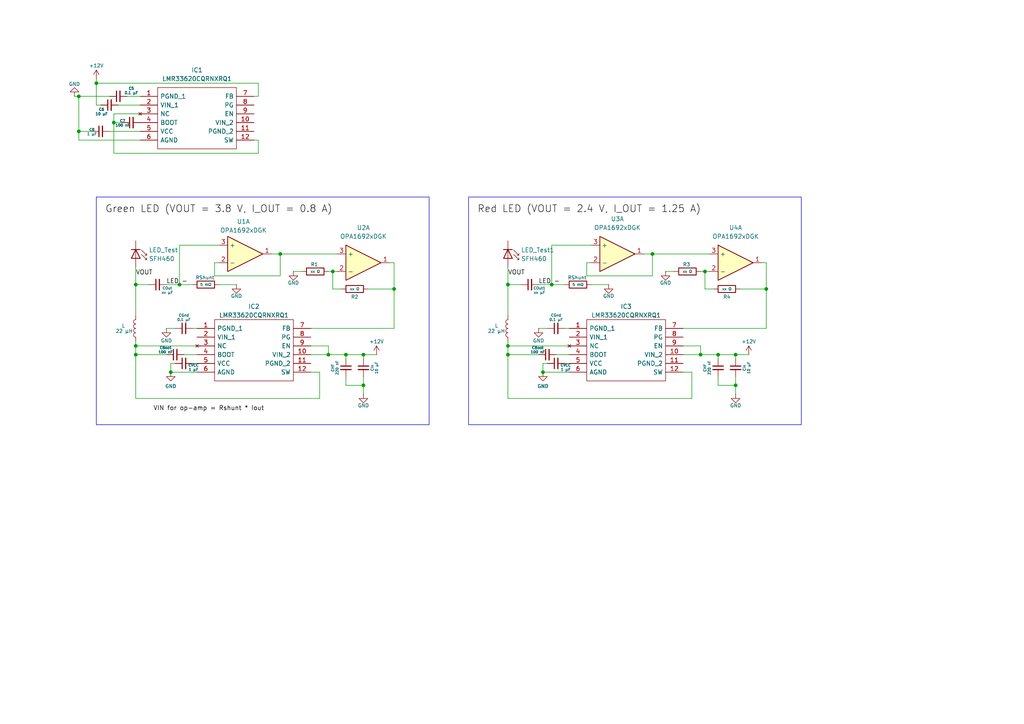
<source format=kicad_sch>
(kicad_sch
	(version 20231120)
	(generator "eeschema")
	(generator_version "8.0")
	(uuid "912b4980-1b82-42ef-99d8-83aae6d1e034")
	(paper "A4")
	(lib_symbols
		(symbol "Amplifier_Operational:OPA1692xDGK"
			(exclude_from_sim no)
			(in_bom yes)
			(on_board yes)
			(property "Reference" "U"
				(at 0 5.08 0)
				(effects
					(font
						(size 1.27 1.27)
					)
					(justify left)
				)
			)
			(property "Value" "OPA1692xDGK"
				(at 0 -5.08 0)
				(effects
					(font
						(size 1.27 1.27)
					)
					(justify left)
				)
			)
			(property "Footprint" "Package_SO:VSSOP-8_3x3mm_P0.65mm"
				(at 0 0 0)
				(effects
					(font
						(size 1.27 1.27)
					)
					(hide yes)
				)
			)
			(property "Datasheet" "https://www.ti.com/lit/ds/symlink/opa1692.pdf"
				(at 0 0 0)
				(effects
					(font
						(size 1.27 1.27)
					)
					(hide yes)
				)
			)
			(property "Description" "Dual SoundPlus Low Power, Low Noise & Low Distortion Audio Operational Amplifiers, VSSOP-8"
				(at 0 0 0)
				(effects
					(font
						(size 1.27 1.27)
					)
					(hide yes)
				)
			)
			(property "ki_locked" ""
				(at 0 0 0)
				(effects
					(font
						(size 1.27 1.27)
					)
				)
			)
			(property "ki_keywords" "VFA opamp"
				(at 0 0 0)
				(effects
					(font
						(size 1.27 1.27)
					)
					(hide yes)
				)
			)
			(property "ki_fp_filters" "VSSOP*3x3mm*P0.65mm*"
				(at 0 0 0)
				(effects
					(font
						(size 1.27 1.27)
					)
					(hide yes)
				)
			)
			(symbol "OPA1692xDGK_1_1"
				(polyline
					(pts
						(xy -5.08 5.08) (xy 5.08 0) (xy -5.08 -5.08) (xy -5.08 5.08)
					)
					(stroke
						(width 0.254)
						(type default)
					)
					(fill
						(type background)
					)
				)
				(pin output line
					(at 7.62 0 180)
					(length 2.54)
					(name "~"
						(effects
							(font
								(size 1.27 1.27)
							)
						)
					)
					(number "1"
						(effects
							(font
								(size 1.27 1.27)
							)
						)
					)
				)
				(pin input line
					(at -7.62 -2.54 0)
					(length 2.54)
					(name "-"
						(effects
							(font
								(size 1.27 1.27)
							)
						)
					)
					(number "2"
						(effects
							(font
								(size 1.27 1.27)
							)
						)
					)
				)
				(pin input line
					(at -7.62 2.54 0)
					(length 2.54)
					(name "+"
						(effects
							(font
								(size 1.27 1.27)
							)
						)
					)
					(number "3"
						(effects
							(font
								(size 1.27 1.27)
							)
						)
					)
				)
			)
			(symbol "OPA1692xDGK_2_1"
				(polyline
					(pts
						(xy -5.08 5.08) (xy 5.08 0) (xy -5.08 -5.08) (xy -5.08 5.08)
					)
					(stroke
						(width 0.254)
						(type default)
					)
					(fill
						(type background)
					)
				)
				(pin input line
					(at -7.62 2.54 0)
					(length 2.54)
					(name "+"
						(effects
							(font
								(size 1.27 1.27)
							)
						)
					)
					(number "5"
						(effects
							(font
								(size 1.27 1.27)
							)
						)
					)
				)
				(pin input line
					(at -7.62 -2.54 0)
					(length 2.54)
					(name "-"
						(effects
							(font
								(size 1.27 1.27)
							)
						)
					)
					(number "6"
						(effects
							(font
								(size 1.27 1.27)
							)
						)
					)
				)
				(pin output line
					(at 7.62 0 180)
					(length 2.54)
					(name "~"
						(effects
							(font
								(size 1.27 1.27)
							)
						)
					)
					(number "7"
						(effects
							(font
								(size 1.27 1.27)
							)
						)
					)
				)
			)
			(symbol "OPA1692xDGK_3_1"
				(pin power_in line
					(at -2.54 -7.62 90)
					(length 3.81)
					(name "V-"
						(effects
							(font
								(size 1.27 1.27)
							)
						)
					)
					(number "4"
						(effects
							(font
								(size 1.27 1.27)
							)
						)
					)
				)
				(pin power_in line
					(at -2.54 7.62 270)
					(length 3.81)
					(name "V+"
						(effects
							(font
								(size 1.27 1.27)
							)
						)
					)
					(number "8"
						(effects
							(font
								(size 1.27 1.27)
							)
						)
					)
				)
			)
		)
		(symbol "Device:C_Small"
			(pin_numbers hide)
			(pin_names
				(offset 0.254) hide)
			(exclude_from_sim no)
			(in_bom yes)
			(on_board yes)
			(property "Reference" "C"
				(at 0.254 1.778 0)
				(effects
					(font
						(size 1.27 1.27)
					)
					(justify left)
				)
			)
			(property "Value" "C_Small"
				(at 0.254 -2.032 0)
				(effects
					(font
						(size 1.27 1.27)
					)
					(justify left)
				)
			)
			(property "Footprint" ""
				(at 0 0 0)
				(effects
					(font
						(size 1.27 1.27)
					)
					(hide yes)
				)
			)
			(property "Datasheet" "~"
				(at 0 0 0)
				(effects
					(font
						(size 1.27 1.27)
					)
					(hide yes)
				)
			)
			(property "Description" "Unpolarized capacitor, small symbol"
				(at 0 0 0)
				(effects
					(font
						(size 1.27 1.27)
					)
					(hide yes)
				)
			)
			(property "ki_keywords" "capacitor cap"
				(at 0 0 0)
				(effects
					(font
						(size 1.27 1.27)
					)
					(hide yes)
				)
			)
			(property "ki_fp_filters" "C_*"
				(at 0 0 0)
				(effects
					(font
						(size 1.27 1.27)
					)
					(hide yes)
				)
			)
			(symbol "C_Small_0_1"
				(polyline
					(pts
						(xy -1.524 -0.508) (xy 1.524 -0.508)
					)
					(stroke
						(width 0.3302)
						(type default)
					)
					(fill
						(type none)
					)
				)
				(polyline
					(pts
						(xy -1.524 0.508) (xy 1.524 0.508)
					)
					(stroke
						(width 0.3048)
						(type default)
					)
					(fill
						(type none)
					)
				)
			)
			(symbol "C_Small_1_1"
				(pin passive line
					(at 0 2.54 270)
					(length 2.032)
					(name "~"
						(effects
							(font
								(size 1.27 1.27)
							)
						)
					)
					(number "1"
						(effects
							(font
								(size 1.27 1.27)
							)
						)
					)
				)
				(pin passive line
					(at 0 -2.54 90)
					(length 2.032)
					(name "~"
						(effects
							(font
								(size 1.27 1.27)
							)
						)
					)
					(number "2"
						(effects
							(font
								(size 1.27 1.27)
							)
						)
					)
				)
			)
		)
		(symbol "Device:L"
			(pin_numbers hide)
			(pin_names
				(offset 1.016) hide)
			(exclude_from_sim no)
			(in_bom yes)
			(on_board yes)
			(property "Reference" "L"
				(at -1.27 0 90)
				(effects
					(font
						(size 1.27 1.27)
					)
				)
			)
			(property "Value" "L"
				(at 1.905 0 90)
				(effects
					(font
						(size 1.27 1.27)
					)
				)
			)
			(property "Footprint" ""
				(at 0 0 0)
				(effects
					(font
						(size 1.27 1.27)
					)
					(hide yes)
				)
			)
			(property "Datasheet" "~"
				(at 0 0 0)
				(effects
					(font
						(size 1.27 1.27)
					)
					(hide yes)
				)
			)
			(property "Description" "Inductor"
				(at 0 0 0)
				(effects
					(font
						(size 1.27 1.27)
					)
					(hide yes)
				)
			)
			(property "ki_keywords" "inductor choke coil reactor magnetic"
				(at 0 0 0)
				(effects
					(font
						(size 1.27 1.27)
					)
					(hide yes)
				)
			)
			(property "ki_fp_filters" "Choke_* *Coil* Inductor_* L_*"
				(at 0 0 0)
				(effects
					(font
						(size 1.27 1.27)
					)
					(hide yes)
				)
			)
			(symbol "L_0_1"
				(arc
					(start 0 -2.54)
					(mid 0.6323 -1.905)
					(end 0 -1.27)
					(stroke
						(width 0)
						(type default)
					)
					(fill
						(type none)
					)
				)
				(arc
					(start 0 -1.27)
					(mid 0.6323 -0.635)
					(end 0 0)
					(stroke
						(width 0)
						(type default)
					)
					(fill
						(type none)
					)
				)
				(arc
					(start 0 0)
					(mid 0.6323 0.635)
					(end 0 1.27)
					(stroke
						(width 0)
						(type default)
					)
					(fill
						(type none)
					)
				)
				(arc
					(start 0 1.27)
					(mid 0.6323 1.905)
					(end 0 2.54)
					(stroke
						(width 0)
						(type default)
					)
					(fill
						(type none)
					)
				)
			)
			(symbol "L_1_1"
				(pin passive line
					(at 0 3.81 270)
					(length 1.27)
					(name "1"
						(effects
							(font
								(size 1.27 1.27)
							)
						)
					)
					(number "1"
						(effects
							(font
								(size 1.27 1.27)
							)
						)
					)
				)
				(pin passive line
					(at 0 -3.81 90)
					(length 1.27)
					(name "2"
						(effects
							(font
								(size 1.27 1.27)
							)
						)
					)
					(number "2"
						(effects
							(font
								(size 1.27 1.27)
							)
						)
					)
				)
			)
		)
		(symbol "Device:R"
			(pin_numbers hide)
			(pin_names
				(offset 0)
			)
			(exclude_from_sim no)
			(in_bom yes)
			(on_board yes)
			(property "Reference" "R"
				(at 2.032 0 90)
				(effects
					(font
						(size 1.27 1.27)
					)
				)
			)
			(property "Value" "R"
				(at 0 0 90)
				(effects
					(font
						(size 1.27 1.27)
					)
				)
			)
			(property "Footprint" ""
				(at -1.778 0 90)
				(effects
					(font
						(size 1.27 1.27)
					)
					(hide yes)
				)
			)
			(property "Datasheet" "~"
				(at 0 0 0)
				(effects
					(font
						(size 1.27 1.27)
					)
					(hide yes)
				)
			)
			(property "Description" "Resistor"
				(at 0 0 0)
				(effects
					(font
						(size 1.27 1.27)
					)
					(hide yes)
				)
			)
			(property "ki_keywords" "R res resistor"
				(at 0 0 0)
				(effects
					(font
						(size 1.27 1.27)
					)
					(hide yes)
				)
			)
			(property "ki_fp_filters" "R_*"
				(at 0 0 0)
				(effects
					(font
						(size 1.27 1.27)
					)
					(hide yes)
				)
			)
			(symbol "R_0_1"
				(rectangle
					(start -1.016 -2.54)
					(end 1.016 2.54)
					(stroke
						(width 0.254)
						(type default)
					)
					(fill
						(type none)
					)
				)
			)
			(symbol "R_1_1"
				(pin passive line
					(at 0 3.81 270)
					(length 1.27)
					(name "~"
						(effects
							(font
								(size 1.27 1.27)
							)
						)
					)
					(number "1"
						(effects
							(font
								(size 1.27 1.27)
							)
						)
					)
				)
				(pin passive line
					(at 0 -3.81 90)
					(length 1.27)
					(name "~"
						(effects
							(font
								(size 1.27 1.27)
							)
						)
					)
					(number "2"
						(effects
							(font
								(size 1.27 1.27)
							)
						)
					)
				)
			)
		)
		(symbol "LED:SFH460"
			(pin_numbers hide)
			(pin_names
				(offset 1.016) hide)
			(exclude_from_sim no)
			(in_bom yes)
			(on_board yes)
			(property "Reference" "D"
				(at 0.508 1.778 0)
				(effects
					(font
						(size 1.27 1.27)
					)
					(justify left)
				)
			)
			(property "Value" "SFH460"
				(at -1.016 -2.794 0)
				(effects
					(font
						(size 1.27 1.27)
					)
				)
			)
			(property "Footprint" "Package_TO_SOT_THT:TO-18-2_Window"
				(at 0 4.445 0)
				(effects
					(font
						(size 1.27 1.27)
					)
					(hide yes)
				)
			)
			(property "Datasheet" "http://www.osram-os.com/Graphics/XPic6/00029609_0.pdf/SFh%20460.pdf"
				(at -1.27 0 0)
				(effects
					(font
						(size 1.27 1.27)
					)
					(hide yes)
				)
			)
			(property "Description" "GaAlAs Infrared LED, TO-18 package"
				(at 0 0 0)
				(effects
					(font
						(size 1.27 1.27)
					)
					(hide yes)
				)
			)
			(property "ki_keywords" "opto IR LED"
				(at 0 0 0)
				(effects
					(font
						(size 1.27 1.27)
					)
					(hide yes)
				)
			)
			(property "ki_fp_filters" "TO?18*Window*"
				(at 0 0 0)
				(effects
					(font
						(size 1.27 1.27)
					)
					(hide yes)
				)
			)
			(symbol "SFH460_0_1"
				(polyline
					(pts
						(xy -2.54 1.27) (xy -2.54 -1.27)
					)
					(stroke
						(width 0.254)
						(type default)
					)
					(fill
						(type none)
					)
				)
				(polyline
					(pts
						(xy 0 0) (xy -2.54 0)
					)
					(stroke
						(width 0)
						(type default)
					)
					(fill
						(type none)
					)
				)
				(polyline
					(pts
						(xy 0.381 3.175) (xy -0.127 3.175)
					)
					(stroke
						(width 0)
						(type default)
					)
					(fill
						(type none)
					)
				)
				(polyline
					(pts
						(xy -1.143 1.651) (xy 0.381 3.175) (xy 0.381 2.667)
					)
					(stroke
						(width 0)
						(type default)
					)
					(fill
						(type none)
					)
				)
				(polyline
					(pts
						(xy 0 1.27) (xy 0 -1.27) (xy -2.54 0) (xy 0 1.27)
					)
					(stroke
						(width 0.254)
						(type default)
					)
					(fill
						(type none)
					)
				)
				(polyline
					(pts
						(xy -2.413 1.651) (xy -0.889 3.175) (xy -0.889 2.667) (xy -0.889 3.175) (xy -1.397 3.175)
					)
					(stroke
						(width 0)
						(type default)
					)
					(fill
						(type none)
					)
				)
			)
			(symbol "SFH460_1_1"
				(pin passive line
					(at -5.08 0 0)
					(length 2.54)
					(name "K"
						(effects
							(font
								(size 1.27 1.27)
							)
						)
					)
					(number "1"
						(effects
							(font
								(size 1.27 1.27)
							)
						)
					)
				)
				(pin passive line
					(at 2.54 0 180)
					(length 2.54)
					(name "A"
						(effects
							(font
								(size 1.27 1.27)
							)
						)
					)
					(number "2"
						(effects
							(font
								(size 1.27 1.27)
							)
						)
					)
				)
			)
		)
		(symbol "LMR33620CQRNXRQ1:LMR33620CQRNXRQ1"
			(pin_names
				(offset 0.762)
			)
			(exclude_from_sim no)
			(in_bom yes)
			(on_board yes)
			(property "Reference" "IC"
				(at 29.21 7.62 0)
				(effects
					(font
						(size 1.27 1.27)
					)
					(justify left)
				)
			)
			(property "Value" "LMR33620CQRNXRQ1"
				(at 29.21 5.08 0)
				(effects
					(font
						(size 1.27 1.27)
					)
					(justify left)
				)
			)
			(property "Footprint" "LMR36015FSCQRNXTQ1"
				(at 29.21 2.54 0)
				(effects
					(font
						(size 1.27 1.27)
					)
					(justify left)
					(hide yes)
				)
			)
			(property "Datasheet" "https://www.ti.com/lit/gpn/lmr33620-q1"
				(at 29.21 0 0)
				(effects
					(font
						(size 1.27 1.27)
					)
					(justify left)
					(hide yes)
				)
			)
			(property "Description" "Conv DC-DC 3.8V to 36V Synchronous Step Down Single-Out 1V to 24V 2A Automotive 12-Pin VQFN-HR T/R"
				(at 0 0 0)
				(effects
					(font
						(size 1.27 1.27)
					)
					(hide yes)
				)
			)
			(property "Description_1" "Conv DC-DC 3.8V to 36V Synchronous Step Down Single-Out 1V to 24V 2A Automotive 12-Pin VQFN-HR T/R"
				(at 29.21 -2.54 0)
				(effects
					(font
						(size 1.27 1.27)
					)
					(justify left)
					(hide yes)
				)
			)
			(property "Height" "0.9"
				(at 29.21 -5.08 0)
				(effects
					(font
						(size 1.27 1.27)
					)
					(justify left)
					(hide yes)
				)
			)
			(property "Mouser Part Number" "595-LMR33620CQRNXRQ1"
				(at 29.21 -7.62 0)
				(effects
					(font
						(size 1.27 1.27)
					)
					(justify left)
					(hide yes)
				)
			)
			(property "Mouser Price/Stock" "https://www.mouser.co.uk/ProductDetail/Texas-Instruments/LMR33620CQRNXRQ1?qs=PqoDHHvF648ChHGHxEMweg%3D%3D"
				(at 29.21 -10.16 0)
				(effects
					(font
						(size 1.27 1.27)
					)
					(justify left)
					(hide yes)
				)
			)
			(property "Manufacturer_Name" "Texas Instruments"
				(at 29.21 -12.7 0)
				(effects
					(font
						(size 1.27 1.27)
					)
					(justify left)
					(hide yes)
				)
			)
			(property "Manufacturer_Part_Number" "LMR33620CQRNXRQ1"
				(at 29.21 -15.24 0)
				(effects
					(font
						(size 1.27 1.27)
					)
					(justify left)
					(hide yes)
				)
			)
			(symbol "LMR33620CQRNXRQ1_0_0"
				(pin passive line
					(at 0 0 0)
					(length 5.08)
					(name "PGND_1"
						(effects
							(font
								(size 1.27 1.27)
							)
						)
					)
					(number "1"
						(effects
							(font
								(size 1.27 1.27)
							)
						)
					)
				)
				(pin passive line
					(at 33.02 -7.62 180)
					(length 5.08)
					(name "VIN_2"
						(effects
							(font
								(size 1.27 1.27)
							)
						)
					)
					(number "10"
						(effects
							(font
								(size 1.27 1.27)
							)
						)
					)
				)
				(pin passive line
					(at 33.02 -10.16 180)
					(length 5.08)
					(name "PGND_2"
						(effects
							(font
								(size 1.27 1.27)
							)
						)
					)
					(number "11"
						(effects
							(font
								(size 1.27 1.27)
							)
						)
					)
				)
				(pin passive line
					(at 33.02 -12.7 180)
					(length 5.08)
					(name "SW"
						(effects
							(font
								(size 1.27 1.27)
							)
						)
					)
					(number "12"
						(effects
							(font
								(size 1.27 1.27)
							)
						)
					)
				)
				(pin passive line
					(at 0 -2.54 0)
					(length 5.08)
					(name "VIN_1"
						(effects
							(font
								(size 1.27 1.27)
							)
						)
					)
					(number "2"
						(effects
							(font
								(size 1.27 1.27)
							)
						)
					)
				)
				(pin no_connect line
					(at 0 -5.08 0)
					(length 5.08)
					(name "NC"
						(effects
							(font
								(size 1.27 1.27)
							)
						)
					)
					(number "3"
						(effects
							(font
								(size 1.27 1.27)
							)
						)
					)
				)
				(pin passive line
					(at 0 -7.62 0)
					(length 5.08)
					(name "BOOT"
						(effects
							(font
								(size 1.27 1.27)
							)
						)
					)
					(number "4"
						(effects
							(font
								(size 1.27 1.27)
							)
						)
					)
				)
				(pin passive line
					(at 0 -10.16 0)
					(length 5.08)
					(name "VCC"
						(effects
							(font
								(size 1.27 1.27)
							)
						)
					)
					(number "5"
						(effects
							(font
								(size 1.27 1.27)
							)
						)
					)
				)
				(pin passive line
					(at 0 -12.7 0)
					(length 5.08)
					(name "AGND"
						(effects
							(font
								(size 1.27 1.27)
							)
						)
					)
					(number "6"
						(effects
							(font
								(size 1.27 1.27)
							)
						)
					)
				)
				(pin passive line
					(at 33.02 0 180)
					(length 5.08)
					(name "FB"
						(effects
							(font
								(size 1.27 1.27)
							)
						)
					)
					(number "7"
						(effects
							(font
								(size 1.27 1.27)
							)
						)
					)
				)
				(pin passive line
					(at 33.02 -2.54 180)
					(length 5.08)
					(name "PG"
						(effects
							(font
								(size 1.27 1.27)
							)
						)
					)
					(number "8"
						(effects
							(font
								(size 1.27 1.27)
							)
						)
					)
				)
				(pin passive line
					(at 33.02 -5.08 180)
					(length 5.08)
					(name "EN"
						(effects
							(font
								(size 1.27 1.27)
							)
						)
					)
					(number "9"
						(effects
							(font
								(size 1.27 1.27)
							)
						)
					)
				)
			)
			(symbol "LMR33620CQRNXRQ1_0_1"
				(polyline
					(pts
						(xy 5.08 2.54) (xy 27.94 2.54) (xy 27.94 -15.24) (xy 5.08 -15.24) (xy 5.08 2.54)
					)
					(stroke
						(width 0.1524)
						(type solid)
					)
					(fill
						(type none)
					)
				)
			)
		)
		(symbol "power:+12V"
			(power)
			(pin_numbers hide)
			(pin_names
				(offset 0) hide)
			(exclude_from_sim no)
			(in_bom yes)
			(on_board yes)
			(property "Reference" "#PWR"
				(at 0 -3.81 0)
				(effects
					(font
						(size 1.27 1.27)
					)
					(hide yes)
				)
			)
			(property "Value" "+12V"
				(at 0 3.556 0)
				(effects
					(font
						(size 1.27 1.27)
					)
				)
			)
			(property "Footprint" ""
				(at 0 0 0)
				(effects
					(font
						(size 1.27 1.27)
					)
					(hide yes)
				)
			)
			(property "Datasheet" ""
				(at 0 0 0)
				(effects
					(font
						(size 1.27 1.27)
					)
					(hide yes)
				)
			)
			(property "Description" "Power symbol creates a global label with name \"+12V\""
				(at 0 0 0)
				(effects
					(font
						(size 1.27 1.27)
					)
					(hide yes)
				)
			)
			(property "ki_keywords" "global power"
				(at 0 0 0)
				(effects
					(font
						(size 1.27 1.27)
					)
					(hide yes)
				)
			)
			(symbol "+12V_0_1"
				(polyline
					(pts
						(xy -0.762 1.27) (xy 0 2.54)
					)
					(stroke
						(width 0)
						(type default)
					)
					(fill
						(type none)
					)
				)
				(polyline
					(pts
						(xy 0 0) (xy 0 2.54)
					)
					(stroke
						(width 0)
						(type default)
					)
					(fill
						(type none)
					)
				)
				(polyline
					(pts
						(xy 0 2.54) (xy 0.762 1.27)
					)
					(stroke
						(width 0)
						(type default)
					)
					(fill
						(type none)
					)
				)
			)
			(symbol "+12V_1_1"
				(pin power_in line
					(at 0 0 90)
					(length 0)
					(name "~"
						(effects
							(font
								(size 1.27 1.27)
							)
						)
					)
					(number "1"
						(effects
							(font
								(size 1.27 1.27)
							)
						)
					)
				)
			)
		)
		(symbol "power:GND"
			(power)
			(pin_numbers hide)
			(pin_names
				(offset 0) hide)
			(exclude_from_sim no)
			(in_bom yes)
			(on_board yes)
			(property "Reference" "#PWR"
				(at 0 -6.35 0)
				(effects
					(font
						(size 1.27 1.27)
					)
					(hide yes)
				)
			)
			(property "Value" "GND"
				(at 0 -3.81 0)
				(effects
					(font
						(size 1.27 1.27)
					)
				)
			)
			(property "Footprint" ""
				(at 0 0 0)
				(effects
					(font
						(size 1.27 1.27)
					)
					(hide yes)
				)
			)
			(property "Datasheet" ""
				(at 0 0 0)
				(effects
					(font
						(size 1.27 1.27)
					)
					(hide yes)
				)
			)
			(property "Description" "Power symbol creates a global label with name \"GND\" , ground"
				(at 0 0 0)
				(effects
					(font
						(size 1.27 1.27)
					)
					(hide yes)
				)
			)
			(property "ki_keywords" "global power"
				(at 0 0 0)
				(effects
					(font
						(size 1.27 1.27)
					)
					(hide yes)
				)
			)
			(symbol "GND_0_1"
				(polyline
					(pts
						(xy 0 0) (xy 0 -1.27) (xy 1.27 -1.27) (xy 0 -2.54) (xy -1.27 -1.27) (xy 0 -1.27)
					)
					(stroke
						(width 0)
						(type default)
					)
					(fill
						(type none)
					)
				)
			)
			(symbol "GND_1_1"
				(pin power_in line
					(at 0 0 270)
					(length 0)
					(name "~"
						(effects
							(font
								(size 1.27 1.27)
							)
						)
					)
					(number "1"
						(effects
							(font
								(size 1.27 1.27)
							)
						)
					)
				)
			)
		)
	)
	(junction
		(at 114.3 83.82)
		(diameter 0)
		(color 0 0 0 0)
		(uuid "174f113a-6e0e-446d-a642-c3131c608a02")
	)
	(junction
		(at 105.41 102.87)
		(diameter 0)
		(color 0 0 0 0)
		(uuid "22bc5fec-d9a8-4268-9640-8ba0959b9e93")
	)
	(junction
		(at 189.23 73.66)
		(diameter 0)
		(color 0 0 0 0)
		(uuid "286fafa1-7c9b-4e68-aff9-44eb1c26989f")
	)
	(junction
		(at 95.25 102.87)
		(diameter 0)
		(color 0 0 0 0)
		(uuid "42b6ba8a-be41-4a2d-8459-758d0f7c39c4")
	)
	(junction
		(at 39.37 82.55)
		(diameter 0)
		(color 0 0 0 0)
		(uuid "4d57bec2-e55f-4737-98b3-17ee615afc5a")
	)
	(junction
		(at 160.02 82.55)
		(diameter 0)
		(color 0 0 0 0)
		(uuid "53b60d59-33b1-4d26-96f3-b1417ef451a7")
	)
	(junction
		(at 105.41 111.76)
		(diameter 0)
		(color 0 0 0 0)
		(uuid "54fa73ec-3dae-4c30-a499-eda4d3d8dfa5")
	)
	(junction
		(at 52.07 82.55)
		(diameter 0)
		(color 0 0 0 0)
		(uuid "62205b37-b9cc-4f2c-9886-673a9847a427")
	)
	(junction
		(at 33.02 35.56)
		(diameter 0)
		(color 0 0 0 0)
		(uuid "625e1887-cbc2-4308-aa09-c75f5ad7e104")
	)
	(junction
		(at 147.32 100.33)
		(diameter 0)
		(color 0 0 0 0)
		(uuid "6aeb38b2-8c63-4141-901e-9f2300fd5e4e")
	)
	(junction
		(at 213.36 102.87)
		(diameter 0)
		(color 0 0 0 0)
		(uuid "6d91dfd3-09ff-4228-ac32-ebff0985d302")
	)
	(junction
		(at 100.33 102.87)
		(diameter 0)
		(color 0 0 0 0)
		(uuid "6ece5d9d-bd0b-490e-bbf8-827fb4bec5c7")
	)
	(junction
		(at 81.28 73.66)
		(diameter 0)
		(color 0 0 0 0)
		(uuid "7085a9f9-43cd-4c64-a2a1-8b97bbd5f6f7")
	)
	(junction
		(at 204.47 78.74)
		(diameter 0)
		(color 0 0 0 0)
		(uuid "896690ee-17d3-435f-ae8c-3416a48870a3")
	)
	(junction
		(at 22.86 38.1)
		(diameter 0)
		(color 0 0 0 0)
		(uuid "9330bd4b-4f75-4cf8-829f-f464a24aa01e")
	)
	(junction
		(at 39.37 100.33)
		(diameter 0)
		(color 0 0 0 0)
		(uuid "98d5b858-a641-41ce-b312-3776c92d4114")
	)
	(junction
		(at 222.25 83.82)
		(diameter 0)
		(color 0 0 0 0)
		(uuid "9a406589-9026-4895-90cd-636a8e49a3b1")
	)
	(junction
		(at 96.52 78.74)
		(diameter 0)
		(color 0 0 0 0)
		(uuid "9ce4889f-4cf9-47a9-83bf-f6d360af2b34")
	)
	(junction
		(at 203.2 102.87)
		(diameter 0)
		(color 0 0 0 0)
		(uuid "b2ff570d-6e80-4c46-9e80-324a4ced1495")
	)
	(junction
		(at 49.53 107.95)
		(diameter 0)
		(color 0 0 0 0)
		(uuid "bcd19a8b-4dec-4484-ba54-48c6689876cd")
	)
	(junction
		(at 22.86 27.94)
		(diameter 0)
		(color 0 0 0 0)
		(uuid "bd845819-687f-464a-89b1-ef2df097e455")
	)
	(junction
		(at 27.94 24.13)
		(diameter 0)
		(color 0 0 0 0)
		(uuid "c7d07e0a-6c2f-4f10-a250-39bfdee93333")
	)
	(junction
		(at 147.32 82.55)
		(diameter 0)
		(color 0 0 0 0)
		(uuid "d88254e9-2da6-466f-a75f-aad1568c9bca")
	)
	(junction
		(at 147.32 102.87)
		(diameter 0)
		(color 0 0 0 0)
		(uuid "ee884e46-bfb0-4704-8ab1-3084d4925aa6")
	)
	(junction
		(at 208.28 102.87)
		(diameter 0)
		(color 0 0 0 0)
		(uuid "f4cde61c-8b82-4691-811f-74b42360e162")
	)
	(junction
		(at 157.48 107.95)
		(diameter 0)
		(color 0 0 0 0)
		(uuid "f52852a1-d477-4660-a569-6bed503d4a60")
	)
	(junction
		(at 39.37 102.87)
		(diameter 0)
		(color 0 0 0 0)
		(uuid "f7c4d213-8a37-4173-bb40-3decabd8fda2")
	)
	(junction
		(at 213.36 111.76)
		(diameter 0)
		(color 0 0 0 0)
		(uuid "f9906988-b0ee-4cdd-b77e-80f1bbbdae5d")
	)
	(wire
		(pts
			(xy 204.47 83.82) (xy 207.01 83.82)
		)
		(stroke
			(width 0)
			(type default)
		)
		(uuid "00714a5b-3b49-423a-99f6-95ef45a0a67b")
	)
	(wire
		(pts
			(xy 147.32 102.87) (xy 147.32 100.33)
		)
		(stroke
			(width 0)
			(type default)
		)
		(uuid "014f8e33-8e39-4a1c-871b-7cc693ab1578")
	)
	(wire
		(pts
			(xy 114.3 76.2) (xy 114.3 83.82)
		)
		(stroke
			(width 0)
			(type default)
		)
		(uuid "02788ed4-fa21-412d-9e00-caa54f47535e")
	)
	(wire
		(pts
			(xy 200.66 107.95) (xy 200.66 115.57)
		)
		(stroke
			(width 0)
			(type default)
		)
		(uuid "045e6d6a-da8c-4b87-8ee5-14c797511b7d")
	)
	(wire
		(pts
			(xy 48.26 82.55) (xy 52.07 82.55)
		)
		(stroke
			(width 0)
			(type default)
		)
		(uuid "06b10f71-4e8e-4066-ba0c-ab3eb291b4a5")
	)
	(wire
		(pts
			(xy 74.93 44.45) (xy 33.02 44.45)
		)
		(stroke
			(width 0)
			(type default)
		)
		(uuid "09291f3c-aa49-47a5-af57-db156b8ca1cf")
	)
	(wire
		(pts
			(xy 31.75 38.1) (xy 40.64 38.1)
		)
		(stroke
			(width 0)
			(type default)
		)
		(uuid "0d2d0172-35f8-4f95-97ac-32688ddd8261")
	)
	(wire
		(pts
			(xy 74.93 40.64) (xy 74.93 44.45)
		)
		(stroke
			(width 0)
			(type default)
		)
		(uuid "1100b00a-d02d-4b37-a96b-0a1d8f73997c")
	)
	(wire
		(pts
			(xy 74.93 27.94) (xy 73.66 27.94)
		)
		(stroke
			(width 0)
			(type default)
		)
		(uuid "149f4ec7-e564-40c3-8651-23e2e03ac97c")
	)
	(wire
		(pts
			(xy 92.71 115.57) (xy 39.37 115.57)
		)
		(stroke
			(width 0)
			(type default)
		)
		(uuid "1568ca8a-cde8-423b-8ac3-4c10c29814f2")
	)
	(wire
		(pts
			(xy 100.33 111.76) (xy 105.41 111.76)
		)
		(stroke
			(width 0)
			(type default)
		)
		(uuid "16da7b24-d714-4817-b673-aadb5b376a26")
	)
	(wire
		(pts
			(xy 204.47 78.74) (xy 204.47 83.82)
		)
		(stroke
			(width 0)
			(type default)
		)
		(uuid "1c0d6168-350e-4642-98a4-0fe25f6906c8")
	)
	(wire
		(pts
			(xy 49.53 105.41) (xy 49.53 107.95)
		)
		(stroke
			(width 0)
			(type default)
		)
		(uuid "1dea0f4b-83eb-47c6-9b1b-5657ae3b175f")
	)
	(wire
		(pts
			(xy 186.69 73.66) (xy 189.23 73.66)
		)
		(stroke
			(width 0)
			(type default)
		)
		(uuid "1f213ef8-7ee3-44f0-9617-8f4add30a214")
	)
	(wire
		(pts
			(xy 39.37 102.87) (xy 39.37 100.33)
		)
		(stroke
			(width 0)
			(type default)
		)
		(uuid "2053f498-aca7-4dd2-bffe-1c5f7b555aee")
	)
	(wire
		(pts
			(xy 39.37 99.06) (xy 39.37 100.33)
		)
		(stroke
			(width 0)
			(type default)
		)
		(uuid "20695569-9686-4469-9cb2-f3efe08c48d8")
	)
	(wire
		(pts
			(xy 33.02 44.45) (xy 33.02 35.56)
		)
		(stroke
			(width 0)
			(type default)
		)
		(uuid "22e95b0f-0567-4500-ab5f-ce5f9818f9ee")
	)
	(wire
		(pts
			(xy 147.32 77.47) (xy 147.32 82.55)
		)
		(stroke
			(width 0)
			(type default)
		)
		(uuid "23567fe9-6a7d-4b6e-a591-ff4ccb7216a4")
	)
	(wire
		(pts
			(xy 157.48 105.41) (xy 158.75 105.41)
		)
		(stroke
			(width 0)
			(type default)
		)
		(uuid "23834d56-13fd-4403-8848-3741a42593cc")
	)
	(wire
		(pts
			(xy 22.86 38.1) (xy 22.86 27.94)
		)
		(stroke
			(width 0)
			(type default)
		)
		(uuid "23af2f89-325d-43aa-ad99-9b248d114d95")
	)
	(wire
		(pts
			(xy 113.03 76.2) (xy 114.3 76.2)
		)
		(stroke
			(width 0)
			(type default)
		)
		(uuid "24c3dfdb-f143-4bc5-b236-915694623b88")
	)
	(wire
		(pts
			(xy 63.5 82.55) (xy 68.58 82.55)
		)
		(stroke
			(width 0)
			(type default)
		)
		(uuid "25a2f484-4f45-4efd-99dc-c0c3c43371f1")
	)
	(wire
		(pts
			(xy 27.94 24.13) (xy 27.94 30.48)
		)
		(stroke
			(width 0)
			(type default)
		)
		(uuid "2af30b05-dd5a-4194-b545-e06fe92f81db")
	)
	(wire
		(pts
			(xy 73.66 40.64) (xy 74.93 40.64)
		)
		(stroke
			(width 0)
			(type default)
		)
		(uuid "33b774ad-8326-4103-a92f-b6af2156f9a9")
	)
	(wire
		(pts
			(xy 48.26 95.25) (xy 50.8 95.25)
		)
		(stroke
			(width 0)
			(type default)
		)
		(uuid "34b49c4a-6688-4dc6-9a86-aa8fce05eb8f")
	)
	(wire
		(pts
			(xy 90.17 107.95) (xy 92.71 107.95)
		)
		(stroke
			(width 0)
			(type default)
		)
		(uuid "3839b48f-4455-4dcc-bd60-ec4cbc7e5bc3")
	)
	(wire
		(pts
			(xy 53.34 102.87) (xy 57.15 102.87)
		)
		(stroke
			(width 0)
			(type default)
		)
		(uuid "3dc79b19-2bf3-4164-8624-d3e30fa0c1c1")
	)
	(wire
		(pts
			(xy 81.28 73.66) (xy 97.79 73.66)
		)
		(stroke
			(width 0)
			(type default)
		)
		(uuid "3e143027-d4ce-4e9c-b097-3e4165517148")
	)
	(wire
		(pts
			(xy 33.02 35.56) (xy 33.02 33.02)
		)
		(stroke
			(width 0)
			(type default)
		)
		(uuid "406aab3f-9bbd-4884-8f03-6653e38e4993")
	)
	(wire
		(pts
			(xy 81.28 80.01) (xy 62.23 80.01)
		)
		(stroke
			(width 0)
			(type default)
		)
		(uuid "41d16f23-ad42-4680-9fb1-488c96ef7eb8")
	)
	(wire
		(pts
			(xy 96.52 83.82) (xy 99.06 83.82)
		)
		(stroke
			(width 0)
			(type default)
		)
		(uuid "425eac6f-134c-4717-b3dc-702cd88114d0")
	)
	(wire
		(pts
			(xy 49.53 105.41) (xy 50.8 105.41)
		)
		(stroke
			(width 0)
			(type default)
		)
		(uuid "44c5f1a0-22e0-4a3b-afc5-10ac050b57db")
	)
	(wire
		(pts
			(xy 189.23 73.66) (xy 205.74 73.66)
		)
		(stroke
			(width 0)
			(type default)
		)
		(uuid "477e8197-3049-49d8-93e4-487625d65359")
	)
	(wire
		(pts
			(xy 95.25 78.74) (xy 96.52 78.74)
		)
		(stroke
			(width 0)
			(type default)
		)
		(uuid "47bdea89-d74d-4ffb-86bf-d3ecf85fe2a4")
	)
	(wire
		(pts
			(xy 160.02 82.55) (xy 163.83 82.55)
		)
		(stroke
			(width 0)
			(type default)
		)
		(uuid "49113696-78ac-4d25-9446-4774f48732db")
	)
	(wire
		(pts
			(xy 160.02 82.55) (xy 160.02 71.12)
		)
		(stroke
			(width 0)
			(type default)
		)
		(uuid "4bb1d782-e710-42d7-9609-547b02b95300")
	)
	(wire
		(pts
			(xy 55.88 95.25) (xy 57.15 95.25)
		)
		(stroke
			(width 0)
			(type default)
		)
		(uuid "4d9e248e-38d8-4686-b47a-9a4193d77ee5")
	)
	(wire
		(pts
			(xy 52.07 82.55) (xy 52.07 71.12)
		)
		(stroke
			(width 0)
			(type default)
		)
		(uuid "51b178f5-44ad-46c0-a606-1314077718a0")
	)
	(wire
		(pts
			(xy 39.37 77.47) (xy 39.37 82.55)
		)
		(stroke
			(width 0)
			(type default)
		)
		(uuid "54b59d82-6703-4727-82c2-2d50ce79f3a8")
	)
	(wire
		(pts
			(xy 100.33 109.22) (xy 100.33 111.76)
		)
		(stroke
			(width 0)
			(type default)
		)
		(uuid "55565b6b-89ff-411a-a6ec-e86eea13060b")
	)
	(wire
		(pts
			(xy 39.37 100.33) (xy 57.15 100.33)
		)
		(stroke
			(width 0)
			(type default)
		)
		(uuid "575a4e91-34e1-4478-9873-ab30119455ca")
	)
	(wire
		(pts
			(xy 22.86 40.64) (xy 22.86 38.1)
		)
		(stroke
			(width 0)
			(type default)
		)
		(uuid "582f77eb-bd38-4a0d-aa79-4f56d6afea0c")
	)
	(wire
		(pts
			(xy 189.23 80.01) (xy 170.18 80.01)
		)
		(stroke
			(width 0)
			(type default)
		)
		(uuid "5d69e197-86d0-4f66-a338-b709d356204b")
	)
	(wire
		(pts
			(xy 189.23 73.66) (xy 189.23 80.01)
		)
		(stroke
			(width 0)
			(type default)
		)
		(uuid "5f42b380-2419-41c6-969e-8ce6c876813b")
	)
	(wire
		(pts
			(xy 220.98 76.2) (xy 222.25 76.2)
		)
		(stroke
			(width 0)
			(type default)
		)
		(uuid "5fa15a48-3648-4034-916e-b2a76c9b5465")
	)
	(wire
		(pts
			(xy 147.32 102.87) (xy 156.21 102.87)
		)
		(stroke
			(width 0)
			(type default)
		)
		(uuid "635cb778-f401-4d53-b126-8b878c0d7eb8")
	)
	(wire
		(pts
			(xy 213.36 104.14) (xy 213.36 102.87)
		)
		(stroke
			(width 0)
			(type default)
		)
		(uuid "692985a4-eafc-4a6d-a7eb-af754edd17c8")
	)
	(wire
		(pts
			(xy 22.86 27.94) (xy 31.75 27.94)
		)
		(stroke
			(width 0)
			(type default)
		)
		(uuid "6c3246eb-62a8-4ec9-b5c2-16d746657719")
	)
	(wire
		(pts
			(xy 92.71 107.95) (xy 92.71 115.57)
		)
		(stroke
			(width 0)
			(type default)
		)
		(uuid "6d19cba9-4bab-4bc8-bbc3-9a733c861fd4")
	)
	(wire
		(pts
			(xy 198.12 100.33) (xy 203.2 100.33)
		)
		(stroke
			(width 0)
			(type default)
		)
		(uuid "6e523fd6-e3dd-42ec-bdad-185be5e69514")
	)
	(wire
		(pts
			(xy 147.32 115.57) (xy 147.32 102.87)
		)
		(stroke
			(width 0)
			(type default)
		)
		(uuid "6e5df089-2c1f-4427-a52c-bdbc58ae29e0")
	)
	(wire
		(pts
			(xy 21.59 27.94) (xy 22.86 27.94)
		)
		(stroke
			(width 0)
			(type default)
		)
		(uuid "705f9599-c1c0-402d-a764-e5623b2e5153")
	)
	(wire
		(pts
			(xy 171.45 82.55) (xy 176.53 82.55)
		)
		(stroke
			(width 0)
			(type default)
		)
		(uuid "71483620-63b1-47b8-b481-bd591d27180b")
	)
	(wire
		(pts
			(xy 170.18 76.2) (xy 171.45 76.2)
		)
		(stroke
			(width 0)
			(type default)
		)
		(uuid "735654b6-a5d2-424e-a71d-834c9bb4739a")
	)
	(wire
		(pts
			(xy 204.47 78.74) (xy 205.74 78.74)
		)
		(stroke
			(width 0)
			(type default)
		)
		(uuid "74dda817-0919-475a-86a9-e9dcdbc2bf0e")
	)
	(wire
		(pts
			(xy 105.41 114.3) (xy 105.41 111.76)
		)
		(stroke
			(width 0)
			(type default)
		)
		(uuid "790fafb4-840c-473b-b459-62ef68ae38e6")
	)
	(wire
		(pts
			(xy 170.18 80.01) (xy 170.18 76.2)
		)
		(stroke
			(width 0)
			(type default)
		)
		(uuid "7ecf0d3e-b738-4cb2-b8c8-bf49079a1907")
	)
	(wire
		(pts
			(xy 55.88 105.41) (xy 57.15 105.41)
		)
		(stroke
			(width 0)
			(type default)
		)
		(uuid "7fb8063d-016b-43b4-8271-0705b5ff5a92")
	)
	(wire
		(pts
			(xy 208.28 109.22) (xy 208.28 111.76)
		)
		(stroke
			(width 0)
			(type default)
		)
		(uuid "80a7c52c-b4cb-44a1-9872-ae824f9da687")
	)
	(wire
		(pts
			(xy 156.21 82.55) (xy 160.02 82.55)
		)
		(stroke
			(width 0)
			(type default)
		)
		(uuid "814c072c-1e93-4b0f-874c-ffd54ebd8bd0")
	)
	(wire
		(pts
			(xy 114.3 83.82) (xy 114.3 95.25)
		)
		(stroke
			(width 0)
			(type default)
		)
		(uuid "81a72f79-573c-47ce-8792-837b47973e14")
	)
	(wire
		(pts
			(xy 163.83 95.25) (xy 165.1 95.25)
		)
		(stroke
			(width 0)
			(type default)
		)
		(uuid "823b1f23-0799-43fa-8865-d5aebcb01816")
	)
	(wire
		(pts
			(xy 33.02 33.02) (xy 40.64 33.02)
		)
		(stroke
			(width 0)
			(type default)
		)
		(uuid "8b85224c-ed04-46d4-9c99-633e7e870841")
	)
	(wire
		(pts
			(xy 95.25 102.87) (xy 90.17 102.87)
		)
		(stroke
			(width 0)
			(type default)
		)
		(uuid "8c8d313b-c57d-4983-ae98-934285de8c4a")
	)
	(wire
		(pts
			(xy 163.83 105.41) (xy 165.1 105.41)
		)
		(stroke
			(width 0)
			(type default)
		)
		(uuid "92bf4681-f1ce-4e7f-9fbb-19c23a462532")
	)
	(wire
		(pts
			(xy 39.37 82.55) (xy 39.37 91.44)
		)
		(stroke
			(width 0)
			(type default)
		)
		(uuid "93763e7a-fc50-4565-b4b3-77b6da7a9995")
	)
	(wire
		(pts
			(xy 90.17 100.33) (xy 95.25 100.33)
		)
		(stroke
			(width 0)
			(type default)
		)
		(uuid "93c03307-3995-4a20-9bd0-2b53ac1babd5")
	)
	(wire
		(pts
			(xy 52.07 71.12) (xy 63.5 71.12)
		)
		(stroke
			(width 0)
			(type default)
		)
		(uuid "93ce9514-f8cd-4457-b1da-593e2d787f95")
	)
	(wire
		(pts
			(xy 114.3 95.25) (xy 90.17 95.25)
		)
		(stroke
			(width 0)
			(type default)
		)
		(uuid "95aeb4b0-b17d-4e0a-9d5b-488da45a4695")
	)
	(wire
		(pts
			(xy 49.53 107.95) (xy 57.15 107.95)
		)
		(stroke
			(width 0)
			(type default)
		)
		(uuid "9702fb66-539a-4f13-a963-a1a2d667a075")
	)
	(wire
		(pts
			(xy 156.21 95.25) (xy 158.75 95.25)
		)
		(stroke
			(width 0)
			(type default)
		)
		(uuid "97cfd527-30eb-4110-83e5-03522e9264c0")
	)
	(wire
		(pts
			(xy 213.36 111.76) (xy 213.36 109.22)
		)
		(stroke
			(width 0)
			(type default)
		)
		(uuid "9989832d-0bea-4535-b2a4-41da76501b99")
	)
	(wire
		(pts
			(xy 105.41 111.76) (xy 105.41 109.22)
		)
		(stroke
			(width 0)
			(type default)
		)
		(uuid "a2eda255-8eba-4b96-96ee-78deccbf4ec9")
	)
	(wire
		(pts
			(xy 147.32 99.06) (xy 147.32 100.33)
		)
		(stroke
			(width 0)
			(type default)
		)
		(uuid "a3284742-1c60-49d6-b783-953b25cf0c0a")
	)
	(wire
		(pts
			(xy 40.64 40.64) (xy 22.86 40.64)
		)
		(stroke
			(width 0)
			(type default)
		)
		(uuid "a3d314ba-21d6-4594-8b8c-7a210dc51f20")
	)
	(wire
		(pts
			(xy 27.94 30.48) (xy 29.21 30.48)
		)
		(stroke
			(width 0)
			(type default)
		)
		(uuid "a3e389c1-e42c-4ff8-8c8f-0ad5376c8ef0")
	)
	(wire
		(pts
			(xy 157.48 105.41) (xy 157.48 107.95)
		)
		(stroke
			(width 0)
			(type default)
		)
		(uuid "a40111ff-02d7-4be0-a75c-a48a4d517a9b")
	)
	(wire
		(pts
			(xy 95.25 100.33) (xy 95.25 102.87)
		)
		(stroke
			(width 0)
			(type default)
		)
		(uuid "a7f36a10-a0b2-4797-9c75-87541f918e29")
	)
	(wire
		(pts
			(xy 39.37 115.57) (xy 39.37 102.87)
		)
		(stroke
			(width 0)
			(type default)
		)
		(uuid "a9027781-e874-4d4f-905a-a601c3530810")
	)
	(wire
		(pts
			(xy 213.36 102.87) (xy 208.28 102.87)
		)
		(stroke
			(width 0)
			(type default)
		)
		(uuid "a93e484a-5088-41fb-895f-b966d42f16bb")
	)
	(wire
		(pts
			(xy 26.67 38.1) (xy 22.86 38.1)
		)
		(stroke
			(width 0)
			(type default)
		)
		(uuid "a9611641-0245-4775-8773-279b3a77d5a5")
	)
	(wire
		(pts
			(xy 95.25 102.87) (xy 100.33 102.87)
		)
		(stroke
			(width 0)
			(type default)
		)
		(uuid "abdc4258-89e2-4182-8682-e4077d079215")
	)
	(wire
		(pts
			(xy 198.12 107.95) (xy 200.66 107.95)
		)
		(stroke
			(width 0)
			(type default)
		)
		(uuid "b46b0999-0b64-4c18-bd2d-f89cea3f4d4f")
	)
	(wire
		(pts
			(xy 74.93 24.13) (xy 27.94 24.13)
		)
		(stroke
			(width 0)
			(type default)
		)
		(uuid "b583077d-fb95-49b6-beac-245a7ac050c2")
	)
	(wire
		(pts
			(xy 62.23 80.01) (xy 62.23 76.2)
		)
		(stroke
			(width 0)
			(type default)
		)
		(uuid "b5b7b88e-a405-4df8-89e4-d71794454332")
	)
	(wire
		(pts
			(xy 106.68 83.82) (xy 114.3 83.82)
		)
		(stroke
			(width 0)
			(type default)
		)
		(uuid "b6d67ccd-f805-438d-80a8-5708a0670f6b")
	)
	(wire
		(pts
			(xy 96.52 78.74) (xy 96.52 83.82)
		)
		(stroke
			(width 0)
			(type default)
		)
		(uuid "b8b91e4e-7647-48c0-ae57-1a4421e95532")
	)
	(wire
		(pts
			(xy 96.52 78.74) (xy 97.79 78.74)
		)
		(stroke
			(width 0)
			(type default)
		)
		(uuid "ba793e63-51e8-4f8a-b521-9117438888a2")
	)
	(wire
		(pts
			(xy 203.2 102.87) (xy 208.28 102.87)
		)
		(stroke
			(width 0)
			(type default)
		)
		(uuid "ba9bd1db-8918-4a52-a84f-8f2ea798902a")
	)
	(wire
		(pts
			(xy 36.83 27.94) (xy 40.64 27.94)
		)
		(stroke
			(width 0)
			(type default)
		)
		(uuid "bb1d43bc-700b-4765-ad3a-06eddb378123")
	)
	(wire
		(pts
			(xy 33.02 35.56) (xy 35.56 35.56)
		)
		(stroke
			(width 0)
			(type default)
		)
		(uuid "bbf470fe-dffb-487f-b748-da8c9b2e6a99")
	)
	(wire
		(pts
			(xy 78.74 73.66) (xy 81.28 73.66)
		)
		(stroke
			(width 0)
			(type default)
		)
		(uuid "bc182664-4605-4bf6-9dbe-5d27be6d1d11")
	)
	(wire
		(pts
			(xy 109.22 102.87) (xy 105.41 102.87)
		)
		(stroke
			(width 0)
			(type default)
		)
		(uuid "be0031cf-1b13-4a01-960d-6dcb76e36da2")
	)
	(wire
		(pts
			(xy 203.2 78.74) (xy 204.47 78.74)
		)
		(stroke
			(width 0)
			(type default)
		)
		(uuid "be99c53d-c004-47f1-be08-18939bc0c0de")
	)
	(wire
		(pts
			(xy 147.32 82.55) (xy 151.13 82.55)
		)
		(stroke
			(width 0)
			(type default)
		)
		(uuid "c21b3131-cf56-404e-b968-168ba5f4c073")
	)
	(wire
		(pts
			(xy 208.28 111.76) (xy 213.36 111.76)
		)
		(stroke
			(width 0)
			(type default)
		)
		(uuid "c268d195-e07a-49d2-b5b2-2692ca8ab1da")
	)
	(wire
		(pts
			(xy 200.66 115.57) (xy 147.32 115.57)
		)
		(stroke
			(width 0)
			(type default)
		)
		(uuid "c5a6e43c-f0ef-4789-88cc-4d10d52978b7")
	)
	(wire
		(pts
			(xy 74.93 27.94) (xy 74.93 24.13)
		)
		(stroke
			(width 0)
			(type default)
		)
		(uuid "c5aaf8ce-99f7-42f1-bf77-3e64b4c8f655")
	)
	(wire
		(pts
			(xy 147.32 82.55) (xy 147.32 91.44)
		)
		(stroke
			(width 0)
			(type default)
		)
		(uuid "c72ac309-2adf-4986-8e58-29181b3958ba")
	)
	(wire
		(pts
			(xy 27.94 22.86) (xy 27.94 24.13)
		)
		(stroke
			(width 0)
			(type default)
		)
		(uuid "c786abb6-2c7d-4390-aec6-6990cfb2752f")
	)
	(wire
		(pts
			(xy 193.04 78.74) (xy 195.58 78.74)
		)
		(stroke
			(width 0)
			(type default)
		)
		(uuid "c8220661-3f97-4728-9de1-3e2ebcbbedc4")
	)
	(wire
		(pts
			(xy 105.41 104.14) (xy 105.41 102.87)
		)
		(stroke
			(width 0)
			(type default)
		)
		(uuid "c82dd297-ce78-403f-a94e-07e63d3d4ec1")
	)
	(wire
		(pts
			(xy 222.25 95.25) (xy 198.12 95.25)
		)
		(stroke
			(width 0)
			(type default)
		)
		(uuid "ca78897a-2198-45c7-8c0c-ff57da83f9ea")
	)
	(wire
		(pts
			(xy 160.02 71.12) (xy 171.45 71.12)
		)
		(stroke
			(width 0)
			(type default)
		)
		(uuid "cf235c98-e449-4740-9d4a-8c8e9ce52774")
	)
	(wire
		(pts
			(xy 105.41 102.87) (xy 100.33 102.87)
		)
		(stroke
			(width 0)
			(type default)
		)
		(uuid "d08df329-c0a1-43d5-b4b3-2638b494830f")
	)
	(wire
		(pts
			(xy 203.2 100.33) (xy 203.2 102.87)
		)
		(stroke
			(width 0)
			(type default)
		)
		(uuid "d2334edb-71ea-48f9-98b4-a00e0f55c070")
	)
	(wire
		(pts
			(xy 203.2 102.87) (xy 198.12 102.87)
		)
		(stroke
			(width 0)
			(type default)
		)
		(uuid "d24e1178-146a-4f24-baef-e6b63fc8a523")
	)
	(wire
		(pts
			(xy 157.48 107.95) (xy 165.1 107.95)
		)
		(stroke
			(width 0)
			(type default)
		)
		(uuid "d2fa4a8e-d919-48aa-b78a-7233e8332be6")
	)
	(wire
		(pts
			(xy 222.25 83.82) (xy 222.25 95.25)
		)
		(stroke
			(width 0)
			(type default)
		)
		(uuid "d32cc90b-2cf5-44ba-86ae-2238b97ba4d4")
	)
	(wire
		(pts
			(xy 161.29 102.87) (xy 165.1 102.87)
		)
		(stroke
			(width 0)
			(type default)
		)
		(uuid "d5f70ad8-52a2-4772-92a2-8e5e8a1339cf")
	)
	(wire
		(pts
			(xy 217.17 102.87) (xy 213.36 102.87)
		)
		(stroke
			(width 0)
			(type default)
		)
		(uuid "d7b50209-76f0-4188-b331-05b983d0d8db")
	)
	(wire
		(pts
			(xy 214.63 83.82) (xy 222.25 83.82)
		)
		(stroke
			(width 0)
			(type default)
		)
		(uuid "d7ef3c5e-27cb-4c8f-9e19-decbcc7e655e")
	)
	(wire
		(pts
			(xy 39.37 82.55) (xy 43.18 82.55)
		)
		(stroke
			(width 0)
			(type default)
		)
		(uuid "d90df43e-188b-4fd2-9db1-7c3466b5179a")
	)
	(wire
		(pts
			(xy 222.25 76.2) (xy 222.25 83.82)
		)
		(stroke
			(width 0)
			(type default)
		)
		(uuid "dc351e80-3eba-42ee-9cf6-8112a07e3fc7")
	)
	(wire
		(pts
			(xy 52.07 82.55) (xy 55.88 82.55)
		)
		(stroke
			(width 0)
			(type default)
		)
		(uuid "dd7837e8-18ce-48e1-ad54-e88191185b85")
	)
	(wire
		(pts
			(xy 85.09 78.74) (xy 87.63 78.74)
		)
		(stroke
			(width 0)
			(type default)
		)
		(uuid "e3283304-1aeb-4f2e-81ba-e881ce400741")
	)
	(wire
		(pts
			(xy 81.28 73.66) (xy 81.28 80.01)
		)
		(stroke
			(width 0)
			(type default)
		)
		(uuid "e69b6286-18a1-4f70-a2b0-b95ffaa7eb75")
	)
	(wire
		(pts
			(xy 39.37 102.87) (xy 48.26 102.87)
		)
		(stroke
			(width 0)
			(type default)
		)
		(uuid "ef58178f-567a-4457-b198-2c13d19d9e87")
	)
	(wire
		(pts
			(xy 100.33 104.14) (xy 100.33 102.87)
		)
		(stroke
			(width 0)
			(type default)
		)
		(uuid "f8dd26d6-4e31-452f-bdba-650d398c5111")
	)
	(wire
		(pts
			(xy 34.29 30.48) (xy 40.64 30.48)
		)
		(stroke
			(width 0)
			(type default)
		)
		(uuid "f9347702-1997-4857-b92f-227f8e26d08b")
	)
	(wire
		(pts
			(xy 62.23 76.2) (xy 63.5 76.2)
		)
		(stroke
			(width 0)
			(type default)
		)
		(uuid "fa9c1954-590a-4bba-8b1f-421974dcf5a6")
	)
	(wire
		(pts
			(xy 147.32 100.33) (xy 165.1 100.33)
		)
		(stroke
			(width 0)
			(type default)
		)
		(uuid "fd3a01d1-cfc9-4951-8227-01ab80fc2560")
	)
	(wire
		(pts
			(xy 208.28 104.14) (xy 208.28 102.87)
		)
		(stroke
			(width 0)
			(type default)
		)
		(uuid "fd9a4977-e0bf-4fba-b4c6-5bb723da84dc")
	)
	(wire
		(pts
			(xy 213.36 114.3) (xy 213.36 111.76)
		)
		(stroke
			(width 0)
			(type default)
		)
		(uuid "fec9b16c-c9b3-4c9b-9463-c034f7621c58")
	)
	(rectangle
		(start 27.94 57.15)
		(end 124.46 123.19)
		(stroke
			(width 0)
			(type default)
		)
		(fill
			(type none)
		)
		(uuid 15e364ed-f94a-4f11-97ca-d8782161c094)
	)
	(rectangle
		(start 135.89 57.15)
		(end 232.41 123.19)
		(stroke
			(width 0)
			(type default)
		)
		(fill
			(type none)
		)
		(uuid 6f4a6ed5-9fd0-42a5-8c4e-f3ee414a8079)
	)
	(label "VOUT"
		(at 147.32 80.01 0)
		(fields_autoplaced yes)
		(effects
			(font
				(size 1.27 1.27)
			)
			(justify left bottom)
		)
		(uuid "3732b8d2-1e6e-4fc4-8382-e233fcf44633")
	)
	(label "Green LED (VOUT = 3.8 V, I_OUT = 0.8 A)"
		(at 30.48 62.23 0)
		(fields_autoplaced yes)
		(effects
			(font
				(size 2.032 2.032)
			)
			(justify left bottom)
		)
		(uuid "3a5057d2-3e20-40c1-9925-0bf8bc45c071")
	)
	(label "VOUT"
		(at 39.37 80.01 0)
		(fields_autoplaced yes)
		(effects
			(font
				(size 1.27 1.27)
			)
			(justify left bottom)
		)
		(uuid "5f62a48d-8801-4597-ae63-7e1024055424")
	)
	(label "Red LED (VOUT = 2.4 V, I_OUT = 1.25 A)"
		(at 138.43 62.23 0)
		(fields_autoplaced yes)
		(effects
			(font
				(size 2.032 2.032)
			)
			(justify left bottom)
		)
		(uuid "7e81cdc5-a5a7-41a5-a1e7-33835606e462")
	)
	(label "VIN for op-amp = Rshunt * Iout"
		(at 44.45 119.38 0)
		(fields_autoplaced yes)
		(effects
			(font
				(size 1.27 1.27)
			)
			(justify left bottom)
		)
		(uuid "a927387a-5628-4331-aa37-11320d84f81d")
	)
	(label "LED -"
		(at 156.21 82.55 0)
		(fields_autoplaced yes)
		(effects
			(font
				(size 1.27 1.27)
			)
			(justify left bottom)
		)
		(uuid "d9ea1eb4-1a6b-4e37-b759-331cfdbfde4a")
	)
	(label "LED -"
		(at 48.26 82.55 0)
		(fields_autoplaced yes)
		(effects
			(font
				(size 1.27 1.27)
			)
			(justify left bottom)
		)
		(uuid "ebd1a1b8-4a05-48bf-ae4d-7b21d27d4131")
	)
	(symbol
		(lib_id "Device:C_Small")
		(at 208.28 106.68 0)
		(mirror y)
		(unit 1)
		(exclude_from_sim no)
		(in_bom yes)
		(on_board yes)
		(dnp no)
		(uuid "009b3e38-a81c-41de-bf6e-3494e8b7a983")
		(property "Reference" "CHF"
			(at 204.47 106.68 90)
			(effects
				(font
					(size 0.762 0.762)
				)
			)
		)
		(property "Value" "220 nF"
			(at 205.74 106.68 90)
			(effects
				(font
					(size 0.762 0.762)
				)
			)
		)
		(property "Footprint" ""
			(at 208.28 106.68 0)
			(effects
				(font
					(size 1.27 1.27)
				)
				(hide yes)
			)
		)
		(property "Datasheet" "~"
			(at 208.28 106.68 0)
			(effects
				(font
					(size 1.27 1.27)
				)
				(hide yes)
			)
		)
		(property "Description" "Unpolarized capacitor, small symbol"
			(at 208.28 106.68 0)
			(effects
				(font
					(size 1.27 1.27)
				)
				(hide yes)
			)
		)
		(pin "1"
			(uuid "0f88a606-358f-48ac-a08e-c0ef9c74d136")
		)
		(pin "2"
			(uuid "f389a879-c205-429b-b805-43c46a8cc1e4")
		)
		(instances
			(project "TSAL_LED_SUFST"
				(path "/912b4980-1b82-42ef-99d8-83aae6d1e034"
					(reference "CHF")
					(unit 1)
				)
			)
		)
	)
	(symbol
		(lib_id "Device:R")
		(at 91.44 78.74 90)
		(unit 1)
		(exclude_from_sim no)
		(in_bom yes)
		(on_board yes)
		(dnp no)
		(uuid "04de7179-7561-4e61-9426-0f45ebfe75d5")
		(property "Reference" "R1"
			(at 91.186 76.708 90)
			(effects
				(font
					(size 1.016 1.016)
				)
			)
		)
		(property "Value" "xx Ω"
			(at 91.44 78.74 90)
			(effects
				(font
					(size 0.762 0.762)
				)
			)
		)
		(property "Footprint" ""
			(at 91.44 80.518 90)
			(effects
				(font
					(size 1.27 1.27)
				)
				(hide yes)
			)
		)
		(property "Datasheet" "~"
			(at 91.44 78.74 0)
			(effects
				(font
					(size 1.27 1.27)
				)
				(hide yes)
			)
		)
		(property "Description" "Resistor"
			(at 91.44 78.74 0)
			(effects
				(font
					(size 1.27 1.27)
				)
				(hide yes)
			)
		)
		(pin "1"
			(uuid "48277226-259a-440d-8b9b-48f82714fd6f")
		)
		(pin "2"
			(uuid "56a94071-9416-4ad3-8f03-294eba615135")
		)
		(instances
			(project "TSAL_LED_SUFST"
				(path "/912b4980-1b82-42ef-99d8-83aae6d1e034"
					(reference "R1")
					(unit 1)
				)
			)
		)
	)
	(symbol
		(lib_id "Device:C_Small")
		(at 158.75 102.87 90)
		(unit 1)
		(exclude_from_sim no)
		(in_bom yes)
		(on_board yes)
		(dnp no)
		(uuid "07aa3776-b291-4251-a723-034f6e1408d9")
		(property "Reference" "CBoot"
			(at 155.956 100.838 90)
			(effects
				(font
					(size 0.762 0.762)
				)
			)
		)
		(property "Value" "100 nF"
			(at 155.956 102.108 90)
			(effects
				(font
					(size 0.762 0.762)
				)
			)
		)
		(property "Footprint" ""
			(at 158.75 102.87 0)
			(effects
				(font
					(size 1.27 1.27)
				)
				(hide yes)
			)
		)
		(property "Datasheet" "~"
			(at 158.75 102.87 0)
			(effects
				(font
					(size 1.27 1.27)
				)
				(hide yes)
			)
		)
		(property "Description" "Unpolarized capacitor, small symbol"
			(at 158.75 102.87 0)
			(effects
				(font
					(size 1.27 1.27)
				)
				(hide yes)
			)
		)
		(pin "1"
			(uuid "983694c8-5d1a-413f-87fb-c78b05afb84a")
		)
		(pin "2"
			(uuid "6dc423a0-7d6d-4f19-b438-73393c878c60")
		)
		(instances
			(project "TSAL_LED_SUFST"
				(path "/912b4980-1b82-42ef-99d8-83aae6d1e034"
					(reference "CBoot")
					(unit 1)
				)
			)
		)
	)
	(symbol
		(lib_id "Device:R")
		(at 102.87 83.82 90)
		(unit 1)
		(exclude_from_sim no)
		(in_bom yes)
		(on_board yes)
		(dnp no)
		(uuid "10a3b99c-d6b5-4999-89dc-260e2e52d86b")
		(property "Reference" "R2"
			(at 102.87 86.106 90)
			(effects
				(font
					(size 1.016 1.016)
				)
			)
		)
		(property "Value" "xx Ω"
			(at 102.87 83.82 90)
			(effects
				(font
					(size 0.762 0.762)
				)
			)
		)
		(property "Footprint" ""
			(at 102.87 85.598 90)
			(effects
				(font
					(size 1.27 1.27)
				)
				(hide yes)
			)
		)
		(property "Datasheet" "~"
			(at 102.87 83.82 0)
			(effects
				(font
					(size 1.27 1.27)
				)
				(hide yes)
			)
		)
		(property "Description" "Resistor"
			(at 102.87 83.82 0)
			(effects
				(font
					(size 1.27 1.27)
				)
				(hide yes)
			)
		)
		(pin "1"
			(uuid "87b1e2e2-6bb0-494e-9ae6-feda6134d7b1")
		)
		(pin "2"
			(uuid "a67a2b25-4324-4d84-9a8c-f4ec19bdefb0")
		)
		(instances
			(project "TSAL_LED_SUFST"
				(path "/912b4980-1b82-42ef-99d8-83aae6d1e034"
					(reference "R2")
					(unit 1)
				)
			)
		)
	)
	(symbol
		(lib_id "Device:C_Small")
		(at 45.72 82.55 90)
		(unit 1)
		(exclude_from_sim no)
		(in_bom yes)
		(on_board yes)
		(dnp no)
		(uuid "12298b78-4d7d-40b7-82c0-14c6c2860d1d")
		(property "Reference" "COut"
			(at 48.514 83.566 90)
			(effects
				(font
					(size 0.762 0.762)
				)
			)
		)
		(property "Value" "xx µF"
			(at 48.514 84.836 90)
			(effects
				(font
					(size 0.762 0.762)
				)
			)
		)
		(property "Footprint" ""
			(at 45.72 82.55 0)
			(effects
				(font
					(size 1.27 1.27)
				)
				(hide yes)
			)
		)
		(property "Datasheet" "~"
			(at 45.72 82.55 0)
			(effects
				(font
					(size 1.27 1.27)
				)
				(hide yes)
			)
		)
		(property "Description" "Unpolarized capacitor, small symbol"
			(at 45.72 82.55 0)
			(effects
				(font
					(size 1.27 1.27)
				)
				(hide yes)
			)
		)
		(pin "1"
			(uuid "8682c496-041c-4051-b926-f9ddda0a7af4")
		)
		(pin "2"
			(uuid "f92d71c4-1053-4b4c-8b8d-eb091ce1093a")
		)
		(instances
			(project "TSAL_LED_SUFST"
				(path "/912b4980-1b82-42ef-99d8-83aae6d1e034"
					(reference "COut")
					(unit 1)
				)
			)
		)
	)
	(symbol
		(lib_id "Device:R")
		(at 59.69 82.55 90)
		(unit 1)
		(exclude_from_sim no)
		(in_bom yes)
		(on_board yes)
		(dnp no)
		(uuid "162bdd33-e158-4ee4-8f68-7f60329fa440")
		(property "Reference" "RShunt"
			(at 59.436 80.518 90)
			(effects
				(font
					(size 1.016 1.016)
				)
			)
		)
		(property "Value" "5 mΩ"
			(at 59.69 82.55 90)
			(effects
				(font
					(size 0.762 0.762)
				)
			)
		)
		(property "Footprint" ""
			(at 59.69 84.328 90)
			(effects
				(font
					(size 1.27 1.27)
				)
				(hide yes)
			)
		)
		(property "Datasheet" "~"
			(at 59.69 82.55 0)
			(effects
				(font
					(size 1.27 1.27)
				)
				(hide yes)
			)
		)
		(property "Description" "Resistor"
			(at 59.69 82.55 0)
			(effects
				(font
					(size 1.27 1.27)
				)
				(hide yes)
			)
		)
		(pin "1"
			(uuid "1cffd642-f43d-4016-93cb-aafa7d284e2e")
		)
		(pin "2"
			(uuid "8187b6fb-1b6e-440c-8b5e-2bf070fa01a2")
		)
		(instances
			(project "TSAL_LED_SUFST"
				(path "/912b4980-1b82-42ef-99d8-83aae6d1e034"
					(reference "RShunt")
					(unit 1)
				)
			)
		)
	)
	(symbol
		(lib_id "Device:C_Small")
		(at 38.1 35.56 90)
		(unit 1)
		(exclude_from_sim no)
		(in_bom yes)
		(on_board yes)
		(dnp no)
		(uuid "28f50313-4511-4593-bac7-7fdb08f741f8")
		(property "Reference" "C7"
			(at 35.56 35.052 90)
			(effects
				(font
					(size 0.762 0.762)
				)
			)
		)
		(property "Value" "100 nF"
			(at 35.56 36.322 90)
			(effects
				(font
					(size 0.762 0.762)
				)
			)
		)
		(property "Footprint" ""
			(at 38.1 35.56 0)
			(effects
				(font
					(size 1.27 1.27)
				)
				(hide yes)
			)
		)
		(property "Datasheet" "~"
			(at 38.1 35.56 0)
			(effects
				(font
					(size 1.27 1.27)
				)
				(hide yes)
			)
		)
		(property "Description" "Unpolarized capacitor, small symbol"
			(at 38.1 35.56 0)
			(effects
				(font
					(size 1.27 1.27)
				)
				(hide yes)
			)
		)
		(pin "1"
			(uuid "368bf53a-856f-444a-8f7f-637fa1510096")
		)
		(pin "2"
			(uuid "b2c6fba5-3fd1-4316-8a12-b311225a38de")
		)
		(instances
			(project "TSAL_LED_SUFST"
				(path "/912b4980-1b82-42ef-99d8-83aae6d1e034"
					(reference "C7")
					(unit 1)
				)
			)
		)
	)
	(symbol
		(lib_id "power:GND")
		(at 213.36 114.3 0)
		(mirror y)
		(unit 1)
		(exclude_from_sim no)
		(in_bom yes)
		(on_board yes)
		(dnp no)
		(uuid "31b217a3-6874-409b-ae1d-58a18ceedf24")
		(property "Reference" "#PWR013"
			(at 213.36 120.65 0)
			(effects
				(font
					(size 1.27 1.27)
				)
				(hide yes)
			)
		)
		(property "Value" "GND"
			(at 213.36 117.602 0)
			(effects
				(font
					(size 1.016 1.016)
				)
			)
		)
		(property "Footprint" ""
			(at 213.36 114.3 0)
			(effects
				(font
					(size 1.27 1.27)
				)
				(hide yes)
			)
		)
		(property "Datasheet" ""
			(at 213.36 114.3 0)
			(effects
				(font
					(size 1.27 1.27)
				)
				(hide yes)
			)
		)
		(property "Description" "Power symbol creates a global label with name \"GND\" , ground"
			(at 213.36 114.3 0)
			(effects
				(font
					(size 1.27 1.27)
				)
				(hide yes)
			)
		)
		(pin "1"
			(uuid "e03f34f4-73d0-45f8-be57-33fced6640f2")
		)
		(instances
			(project "TSAL_LED_SUFST"
				(path "/912b4980-1b82-42ef-99d8-83aae6d1e034"
					(reference "#PWR013")
					(unit 1)
				)
			)
		)
	)
	(symbol
		(lib_id "Device:C_Small")
		(at 53.34 105.41 90)
		(unit 1)
		(exclude_from_sim no)
		(in_bom yes)
		(on_board yes)
		(dnp no)
		(uuid "3a35a7e8-b226-40c3-aefa-cc601c76921e")
		(property "Reference" "CVCC"
			(at 56.134 105.918 90)
			(effects
				(font
					(size 0.762 0.762)
				)
			)
		)
		(property "Value" "1 µF"
			(at 56.134 107.188 90)
			(effects
				(font
					(size 0.762 0.762)
				)
			)
		)
		(property "Footprint" ""
			(at 53.34 105.41 0)
			(effects
				(font
					(size 1.27 1.27)
				)
				(hide yes)
			)
		)
		(property "Datasheet" "~"
			(at 53.34 105.41 0)
			(effects
				(font
					(size 1.27 1.27)
				)
				(hide yes)
			)
		)
		(property "Description" "Unpolarized capacitor, small symbol"
			(at 53.34 105.41 0)
			(effects
				(font
					(size 1.27 1.27)
				)
				(hide yes)
			)
		)
		(pin "1"
			(uuid "e493d954-09cb-4daa-a6b3-2e591d0f8e8e")
		)
		(pin "2"
			(uuid "a9046989-0c40-41ad-b385-634fb88b1c50")
		)
		(instances
			(project "TSAL_LED_SUFST"
				(path "/912b4980-1b82-42ef-99d8-83aae6d1e034"
					(reference "CVCC")
					(unit 1)
				)
			)
		)
	)
	(symbol
		(lib_id "power:GND")
		(at 156.21 95.25 0)
		(unit 1)
		(exclude_from_sim no)
		(in_bom yes)
		(on_board yes)
		(dnp no)
		(uuid "3dce0f53-6615-46b3-9153-8be4be113acd")
		(property "Reference" "#PWR09"
			(at 156.21 101.6 0)
			(effects
				(font
					(size 1.27 1.27)
				)
				(hide yes)
			)
		)
		(property "Value" "GND"
			(at 156.21 98.806 0)
			(effects
				(font
					(size 1.016 1.016)
				)
			)
		)
		(property "Footprint" ""
			(at 156.21 95.25 0)
			(effects
				(font
					(size 1.27 1.27)
				)
				(hide yes)
			)
		)
		(property "Datasheet" ""
			(at 156.21 95.25 0)
			(effects
				(font
					(size 1.27 1.27)
				)
				(hide yes)
			)
		)
		(property "Description" "Power symbol creates a global label with name \"GND\" , ground"
			(at 156.21 95.25 0)
			(effects
				(font
					(size 1.27 1.27)
				)
				(hide yes)
			)
		)
		(pin "1"
			(uuid "4dd4fa1f-7b4f-4235-9e36-f55f7d16a461")
		)
		(instances
			(project "TSAL_LED_SUFST"
				(path "/912b4980-1b82-42ef-99d8-83aae6d1e034"
					(reference "#PWR09")
					(unit 1)
				)
			)
		)
	)
	(symbol
		(lib_id "LMR33620CQRNXRQ1:LMR33620CQRNXRQ1")
		(at 165.1 95.25 0)
		(unit 1)
		(exclude_from_sim no)
		(in_bom yes)
		(on_board yes)
		(dnp no)
		(uuid "3febed0c-c81b-4ae0-8d69-90032beb4ccc")
		(property "Reference" "IC3"
			(at 181.61 88.9 0)
			(effects
				(font
					(size 1.27 1.27)
				)
			)
		)
		(property "Value" "LMR33620CQRNXRQ1"
			(at 181.61 91.44 0)
			(effects
				(font
					(size 1.27 1.27)
				)
			)
		)
		(property "Footprint" "LMR36015FSCQRNXTQ1"
			(at 194.31 92.71 0)
			(effects
				(font
					(size 1.27 1.27)
				)
				(justify left)
				(hide yes)
			)
		)
		(property "Datasheet" "https://www.ti.com/lit/gpn/lmr33620-q1"
			(at 194.31 95.25 0)
			(effects
				(font
					(size 1.27 1.27)
				)
				(justify left)
				(hide yes)
			)
		)
		(property "Description" "Conv DC-DC 3.8V to 36V Synchronous Step Down Single-Out 1V to 24V 2A Automotive 12-Pin VQFN-HR T/R"
			(at 165.1 95.25 0)
			(effects
				(font
					(size 1.27 1.27)
				)
				(hide yes)
			)
		)
		(property "Description_1" "Conv DC-DC 3.8V to 36V Synchronous Step Down Single-Out 1V to 24V 2A Automotive 12-Pin VQFN-HR T/R"
			(at 194.31 97.79 0)
			(effects
				(font
					(size 1.27 1.27)
				)
				(justify left)
				(hide yes)
			)
		)
		(property "Height" "0.9"
			(at 194.31 100.33 0)
			(effects
				(font
					(size 1.27 1.27)
				)
				(justify left)
				(hide yes)
			)
		)
		(property "Mouser Part Number" "595-LMR33620CQRNXRQ1"
			(at 194.31 102.87 0)
			(effects
				(font
					(size 1.27 1.27)
				)
				(justify left)
				(hide yes)
			)
		)
		(property "Mouser Price/Stock" "https://www.mouser.co.uk/ProductDetail/Texas-Instruments/LMR33620CQRNXRQ1?qs=PqoDHHvF648ChHGHxEMweg%3D%3D"
			(at 194.31 105.41 0)
			(effects
				(font
					(size 1.27 1.27)
				)
				(justify left)
				(hide yes)
			)
		)
		(property "Manufacturer_Name" "Texas Instruments"
			(at 194.31 107.95 0)
			(effects
				(font
					(size 1.27 1.27)
				)
				(justify left)
				(hide yes)
			)
		)
		(property "Manufacturer_Part_Number" "LMR33620CQRNXRQ1"
			(at 194.31 110.49 0)
			(effects
				(font
					(size 1.27 1.27)
				)
				(justify left)
				(hide yes)
			)
		)
		(pin "10"
			(uuid "e39e8cca-4cf6-4d93-9809-a4c731326f80")
		)
		(pin "5"
			(uuid "b5bf7f12-479c-49f4-acb0-40ed7430d53e")
		)
		(pin "2"
			(uuid "44771fba-9343-43cd-9897-241f5e81822c")
		)
		(pin "3"
			(uuid "d7f8ca2e-0484-4871-8c2a-1176a37860b2")
		)
		(pin "7"
			(uuid "d4b1e9eb-b9b8-413c-8792-bf905c599eb6")
		)
		(pin "12"
			(uuid "7e4bd354-3be6-4631-ba80-f456fa391ab8")
		)
		(pin "4"
			(uuid "9d5fe400-1dfa-4930-9e1a-f2ad2f9ae91c")
		)
		(pin "6"
			(uuid "9cf8dfc0-bc3b-4ec7-b26e-b7dd98c2f42f")
		)
		(pin "11"
			(uuid "840a1030-1822-4085-a764-9d25fc9d15af")
		)
		(pin "9"
			(uuid "659d03d6-0097-4774-b788-ed4fe18c243a")
		)
		(pin "1"
			(uuid "44529b29-7a63-4a58-a121-dd89c51d12db")
		)
		(pin "8"
			(uuid "e4ada997-e736-469e-b08b-c214615e550e")
		)
		(instances
			(project "TSAL_LED_SUFST"
				(path "/912b4980-1b82-42ef-99d8-83aae6d1e034"
					(reference "IC3")
					(unit 1)
				)
			)
		)
	)
	(symbol
		(lib_id "Device:C_Small")
		(at 105.41 106.68 0)
		(mirror y)
		(unit 1)
		(exclude_from_sim no)
		(in_bom yes)
		(on_board yes)
		(dnp no)
		(uuid "410e6780-add3-4db9-a05b-d1aa44ffe003")
		(property "Reference" "CIn"
			(at 107.95 106.68 90)
			(effects
				(font
					(size 0.762 0.762)
				)
			)
		)
		(property "Value" "10 µF"
			(at 109.22 106.68 90)
			(effects
				(font
					(size 0.762 0.762)
				)
			)
		)
		(property "Footprint" ""
			(at 105.41 106.68 0)
			(effects
				(font
					(size 1.27 1.27)
				)
				(hide yes)
			)
		)
		(property "Datasheet" "~"
			(at 105.41 106.68 0)
			(effects
				(font
					(size 1.27 1.27)
				)
				(hide yes)
			)
		)
		(property "Description" "Unpolarized capacitor, small symbol"
			(at 105.41 106.68 0)
			(effects
				(font
					(size 1.27 1.27)
				)
				(hide yes)
			)
		)
		(pin "1"
			(uuid "1b5a26d1-12b8-4cb5-9911-ad784d3bc809")
		)
		(pin "2"
			(uuid "40b9c703-ab91-4311-a9ee-e0c3af126fee")
		)
		(instances
			(project "TSAL_LED_SUFST"
				(path "/912b4980-1b82-42ef-99d8-83aae6d1e034"
					(reference "CIn")
					(unit 1)
				)
			)
		)
	)
	(symbol
		(lib_id "power:GND")
		(at 176.53 82.55 0)
		(unit 1)
		(exclude_from_sim no)
		(in_bom yes)
		(on_board yes)
		(dnp no)
		(uuid "432216db-c8dd-4d7b-bfa9-ef35418bfaeb")
		(property "Reference" "#PWR011"
			(at 176.53 88.9 0)
			(effects
				(font
					(size 1.27 1.27)
				)
				(hide yes)
			)
		)
		(property "Value" "GND"
			(at 176.53 85.852 0)
			(effects
				(font
					(size 1.016 1.016)
				)
			)
		)
		(property "Footprint" ""
			(at 176.53 82.55 0)
			(effects
				(font
					(size 1.27 1.27)
				)
				(hide yes)
			)
		)
		(property "Datasheet" ""
			(at 176.53 82.55 0)
			(effects
				(font
					(size 1.27 1.27)
				)
				(hide yes)
			)
		)
		(property "Description" "Power symbol creates a global label with name \"GND\" , ground"
			(at 176.53 82.55 0)
			(effects
				(font
					(size 1.27 1.27)
				)
				(hide yes)
			)
		)
		(pin "1"
			(uuid "58df375f-3955-4377-801c-99d80f4b1e9b")
		)
		(instances
			(project "TSAL_LED_SUFST"
				(path "/912b4980-1b82-42ef-99d8-83aae6d1e034"
					(reference "#PWR011")
					(unit 1)
				)
			)
		)
	)
	(symbol
		(lib_id "Device:C_Small")
		(at 153.67 82.55 90)
		(unit 1)
		(exclude_from_sim no)
		(in_bom yes)
		(on_board yes)
		(dnp no)
		(uuid "44ddf1d3-fbbe-42b1-a5ec-0a361779ace3")
		(property "Reference" "COut1"
			(at 156.464 83.566 90)
			(effects
				(font
					(size 0.762 0.762)
				)
			)
		)
		(property "Value" "xx µF"
			(at 156.464 84.836 90)
			(effects
				(font
					(size 0.762 0.762)
				)
			)
		)
		(property "Footprint" ""
			(at 153.67 82.55 0)
			(effects
				(font
					(size 1.27 1.27)
				)
				(hide yes)
			)
		)
		(property "Datasheet" "~"
			(at 153.67 82.55 0)
			(effects
				(font
					(size 1.27 1.27)
				)
				(hide yes)
			)
		)
		(property "Description" "Unpolarized capacitor, small symbol"
			(at 153.67 82.55 0)
			(effects
				(font
					(size 1.27 1.27)
				)
				(hide yes)
			)
		)
		(pin "1"
			(uuid "10942d77-5792-4481-a9d5-298037954cc3")
		)
		(pin "2"
			(uuid "299bbd7e-4126-4fd6-b975-1209229d86d3")
		)
		(instances
			(project "TSAL_LED_SUFST"
				(path "/912b4980-1b82-42ef-99d8-83aae6d1e034"
					(reference "COut1")
					(unit 1)
				)
			)
		)
	)
	(symbol
		(lib_id "Device:L")
		(at 147.32 95.25 180)
		(unit 1)
		(exclude_from_sim no)
		(in_bom yes)
		(on_board yes)
		(dnp no)
		(uuid "478ccb63-fe9b-42bb-a0d8-e6468a8d664e")
		(property "Reference" "L"
			(at 143.51 94.488 0)
			(effects
				(font
					(size 1.016 1.016)
				)
				(justify right)
			)
		)
		(property "Value" "22 µH"
			(at 141.478 96.012 0)
			(effects
				(font
					(size 1.016 1.016)
				)
				(justify right)
			)
		)
		(property "Footprint" ""
			(at 147.32 95.25 0)
			(effects
				(font
					(size 1.27 1.27)
				)
				(hide yes)
			)
		)
		(property "Datasheet" "~"
			(at 147.32 95.25 0)
			(effects
				(font
					(size 1.27 1.27)
				)
				(hide yes)
			)
		)
		(property "Description" "Inductor"
			(at 147.32 95.25 0)
			(effects
				(font
					(size 1.27 1.27)
				)
				(hide yes)
			)
		)
		(pin "2"
			(uuid "012478d6-3666-4c98-9de7-c6afdb49cc78")
		)
		(pin "1"
			(uuid "19e39903-d189-4ca6-ac39-12c99d6c9332")
		)
		(instances
			(project "TSAL_LED_SUFST"
				(path "/912b4980-1b82-42ef-99d8-83aae6d1e034"
					(reference "L")
					(unit 1)
				)
			)
		)
	)
	(symbol
		(lib_id "power:GND")
		(at 21.59 27.94 180)
		(unit 1)
		(exclude_from_sim no)
		(in_bom yes)
		(on_board yes)
		(dnp no)
		(uuid "4acdbecf-63c2-49c4-9bb6-d7603dcd4a6d")
		(property "Reference" "#PWR04"
			(at 21.59 21.59 0)
			(effects
				(font
					(size 1.27 1.27)
				)
				(hide yes)
			)
		)
		(property "Value" "GND"
			(at 21.59 24.384 0)
			(effects
				(font
					(size 1.016 1.016)
				)
			)
		)
		(property "Footprint" ""
			(at 21.59 27.94 0)
			(effects
				(font
					(size 1.27 1.27)
				)
				(hide yes)
			)
		)
		(property "Datasheet" ""
			(at 21.59 27.94 0)
			(effects
				(font
					(size 1.27 1.27)
				)
				(hide yes)
			)
		)
		(property "Description" "Power symbol creates a global label with name \"GND\" , ground"
			(at 21.59 27.94 0)
			(effects
				(font
					(size 1.27 1.27)
				)
				(hide yes)
			)
		)
		(pin "1"
			(uuid "8ee1cf82-18eb-4387-a33e-af5219d57175")
		)
		(instances
			(project ""
				(path "/912b4980-1b82-42ef-99d8-83aae6d1e034"
					(reference "#PWR04")
					(unit 1)
				)
			)
		)
	)
	(symbol
		(lib_id "LED:SFH460")
		(at 147.32 74.93 270)
		(unit 1)
		(exclude_from_sim no)
		(in_bom yes)
		(on_board yes)
		(dnp no)
		(fields_autoplaced yes)
		(uuid "4bea92ef-467a-440c-ad93-6f82ea61ba22")
		(property "Reference" "LED_Test1"
			(at 151.13 72.5169 90)
			(effects
				(font
					(size 1.27 1.27)
				)
				(justify left)
			)
		)
		(property "Value" "SFH460"
			(at 151.13 75.0569 90)
			(effects
				(font
					(size 1.27 1.27)
				)
				(justify left)
			)
		)
		(property "Footprint" "Package_TO_SOT_THT:TO-18-2_Window"
			(at 151.765 74.93 0)
			(effects
				(font
					(size 1.27 1.27)
				)
				(hide yes)
			)
		)
		(property "Datasheet" "http://www.osram-os.com/Graphics/XPic6/00029609_0.pdf/SFh%20460.pdf"
			(at 147.32 73.66 0)
			(effects
				(font
					(size 1.27 1.27)
				)
				(hide yes)
			)
		)
		(property "Description" "GaAlAs Infrared LED, TO-18 package"
			(at 147.32 74.93 0)
			(effects
				(font
					(size 1.27 1.27)
				)
				(hide yes)
			)
		)
		(pin "1"
			(uuid "823441bf-f5b7-4ce5-b66c-46192b349cb6")
		)
		(pin "2"
			(uuid "8b6c87d3-c82d-42f1-a3e2-b622acc28673")
		)
		(instances
			(project "TSAL_LED_SUFST"
				(path "/912b4980-1b82-42ef-99d8-83aae6d1e034"
					(reference "LED_Test1")
					(unit 1)
				)
			)
		)
	)
	(symbol
		(lib_id "power:+12V")
		(at 217.17 102.87 0)
		(mirror y)
		(unit 1)
		(exclude_from_sim no)
		(in_bom yes)
		(on_board yes)
		(dnp no)
		(uuid "4d31abc6-82ca-4f0c-af29-4bb25abd8f83")
		(property "Reference" "#PWR014"
			(at 217.17 106.68 0)
			(effects
				(font
					(size 1.27 1.27)
				)
				(hide yes)
			)
		)
		(property "Value" "+12V"
			(at 217.17 99.06 0)
			(effects
				(font
					(size 1.016 1.016)
				)
			)
		)
		(property "Footprint" ""
			(at 217.17 102.87 0)
			(effects
				(font
					(size 1.27 1.27)
				)
				(hide yes)
			)
		)
		(property "Datasheet" ""
			(at 217.17 102.87 0)
			(effects
				(font
					(size 1.27 1.27)
				)
				(hide yes)
			)
		)
		(property "Description" "Power symbol creates a global label with name \"+12V\""
			(at 217.17 102.87 0)
			(effects
				(font
					(size 1.27 1.27)
				)
				(hide yes)
			)
		)
		(pin "1"
			(uuid "66e16fe0-33f8-4799-b4e4-b2e901d29500")
		)
		(instances
			(project "TSAL_LED_SUFST"
				(path "/912b4980-1b82-42ef-99d8-83aae6d1e034"
					(reference "#PWR014")
					(unit 1)
				)
			)
		)
	)
	(symbol
		(lib_id "LED:SFH460")
		(at 39.37 74.93 270)
		(unit 1)
		(exclude_from_sim no)
		(in_bom yes)
		(on_board yes)
		(dnp no)
		(fields_autoplaced yes)
		(uuid "4fe920b3-967e-41f7-bf49-35fc944111a2")
		(property "Reference" "LED_Test"
			(at 43.18 72.5169 90)
			(effects
				(font
					(size 1.27 1.27)
				)
				(justify left)
			)
		)
		(property "Value" "SFH460"
			(at 43.18 75.0569 90)
			(effects
				(font
					(size 1.27 1.27)
				)
				(justify left)
			)
		)
		(property "Footprint" "Package_TO_SOT_THT:TO-18-2_Window"
			(at 43.815 74.93 0)
			(effects
				(font
					(size 1.27 1.27)
				)
				(hide yes)
			)
		)
		(property "Datasheet" "http://www.osram-os.com/Graphics/XPic6/00029609_0.pdf/SFh%20460.pdf"
			(at 39.37 73.66 0)
			(effects
				(font
					(size 1.27 1.27)
				)
				(hide yes)
			)
		)
		(property "Description" "GaAlAs Infrared LED, TO-18 package"
			(at 39.37 74.93 0)
			(effects
				(font
					(size 1.27 1.27)
				)
				(hide yes)
			)
		)
		(pin "1"
			(uuid "4704188f-9377-4276-a146-3e7979602c20")
		)
		(pin "2"
			(uuid "2fb98a9b-1e40-45a8-97c2-74c45b9e9e46")
		)
		(instances
			(project ""
				(path "/912b4980-1b82-42ef-99d8-83aae6d1e034"
					(reference "LED_Test")
					(unit 1)
				)
			)
		)
	)
	(symbol
		(lib_id "LMR33620CQRNXRQ1:LMR33620CQRNXRQ1")
		(at 40.64 27.94 0)
		(unit 1)
		(exclude_from_sim no)
		(in_bom yes)
		(on_board yes)
		(dnp no)
		(fields_autoplaced yes)
		(uuid "520f073b-699a-4495-8870-76b93aaf4266")
		(property "Reference" "IC1"
			(at 57.15 20.32 0)
			(effects
				(font
					(size 1.27 1.27)
				)
			)
		)
		(property "Value" "LMR33620CQRNXRQ1"
			(at 57.15 22.86 0)
			(effects
				(font
					(size 1.27 1.27)
				)
			)
		)
		(property "Footprint" "LMR36015FSCQRNXTQ1"
			(at 69.85 25.4 0)
			(effects
				(font
					(size 1.27 1.27)
				)
				(justify left)
				(hide yes)
			)
		)
		(property "Datasheet" "https://www.ti.com/lit/gpn/lmr33620-q1"
			(at 69.85 27.94 0)
			(effects
				(font
					(size 1.27 1.27)
				)
				(justify left)
				(hide yes)
			)
		)
		(property "Description" "Conv DC-DC 3.8V to 36V Synchronous Step Down Single-Out 1V to 24V 2A Automotive 12-Pin VQFN-HR T/R"
			(at 40.64 27.94 0)
			(effects
				(font
					(size 1.27 1.27)
				)
				(hide yes)
			)
		)
		(property "Description_1" "Conv DC-DC 3.8V to 36V Synchronous Step Down Single-Out 1V to 24V 2A Automotive 12-Pin VQFN-HR T/R"
			(at 69.85 30.48 0)
			(effects
				(font
					(size 1.27 1.27)
				)
				(justify left)
				(hide yes)
			)
		)
		(property "Height" "0.9"
			(at 69.85 33.02 0)
			(effects
				(font
					(size 1.27 1.27)
				)
				(justify left)
				(hide yes)
			)
		)
		(property "Mouser Part Number" "595-LMR33620CQRNXRQ1"
			(at 69.85 35.56 0)
			(effects
				(font
					(size 1.27 1.27)
				)
				(justify left)
				(hide yes)
			)
		)
		(property "Mouser Price/Stock" "https://www.mouser.co.uk/ProductDetail/Texas-Instruments/LMR33620CQRNXRQ1?qs=PqoDHHvF648ChHGHxEMweg%3D%3D"
			(at 69.85 38.1 0)
			(effects
				(font
					(size 1.27 1.27)
				)
				(justify left)
				(hide yes)
			)
		)
		(property "Manufacturer_Name" "Texas Instruments"
			(at 69.85 40.64 0)
			(effects
				(font
					(size 1.27 1.27)
				)
				(justify left)
				(hide yes)
			)
		)
		(property "Manufacturer_Part_Number" "LMR33620CQRNXRQ1"
			(at 69.85 43.18 0)
			(effects
				(font
					(size 1.27 1.27)
				)
				(justify left)
				(hide yes)
			)
		)
		(pin "3"
			(uuid "a1b9c0c4-2c87-4094-a5d0-dbd72a62740f")
		)
		(pin "7"
			(uuid "9c9fe2c9-8710-4d36-a63b-c085ff7a4c31")
		)
		(pin "8"
			(uuid "979d7f87-821e-4d3a-bed2-60dcf49f9e60")
		)
		(pin "9"
			(uuid "7af4c1bd-94ea-4e7b-b3eb-3f4948945957")
		)
		(pin "10"
			(uuid "90cf5519-1612-4f30-8462-708bdfcf8aa5")
		)
		(pin "5"
			(uuid "8a0442a2-1c3a-4141-ad05-79dcd228999e")
		)
		(pin "4"
			(uuid "4eda2f84-e37f-45b4-b661-583a655cd1fc")
		)
		(pin "1"
			(uuid "9c851dc0-1a00-4ca4-9668-b7123bc81d0e")
		)
		(pin "11"
			(uuid "a0876dcb-4111-414c-89c5-d973ed5122a9")
		)
		(pin "2"
			(uuid "1594a2e7-5022-4bee-87cd-27ce38bf8b4a")
		)
		(pin "6"
			(uuid "0286cc30-d96c-4144-a5cd-abd8359b89be")
		)
		(pin "12"
			(uuid "08eac9b4-fa3a-4cec-82f7-b8134bbf2af1")
		)
		(instances
			(project ""
				(path "/912b4980-1b82-42ef-99d8-83aae6d1e034"
					(reference "IC1")
					(unit 1)
				)
			)
		)
	)
	(symbol
		(lib_id "Amplifier_Operational:OPA1692xDGK")
		(at 179.07 73.66 0)
		(unit 1)
		(exclude_from_sim no)
		(in_bom yes)
		(on_board yes)
		(dnp no)
		(fields_autoplaced yes)
		(uuid "574bbdd6-c138-445f-bed7-1e9751a60e1d")
		(property "Reference" "U3"
			(at 179.07 63.5 0)
			(effects
				(font
					(size 1.27 1.27)
				)
			)
		)
		(property "Value" "OPA1692xDGK"
			(at 179.07 66.04 0)
			(effects
				(font
					(size 1.27 1.27)
				)
			)
		)
		(property "Footprint" "Package_SO:VSSOP-8_3x3mm_P0.65mm"
			(at 179.07 73.66 0)
			(effects
				(font
					(size 1.27 1.27)
				)
				(hide yes)
			)
		)
		(property "Datasheet" "https://www.ti.com/lit/ds/symlink/opa1692.pdf"
			(at 179.07 73.66 0)
			(effects
				(font
					(size 1.27 1.27)
				)
				(hide yes)
			)
		)
		(property "Description" "Dual SoundPlus Low Power, Low Noise & Low Distortion Audio Operational Amplifiers, VSSOP-8"
			(at 179.07 73.66 0)
			(effects
				(font
					(size 1.27 1.27)
				)
				(hide yes)
			)
		)
		(pin "6"
			(uuid "42217409-ec20-40c8-a371-4e96b97a2563")
		)
		(pin "5"
			(uuid "6469b3fb-4784-4374-9f2f-7a9e18a65e96")
		)
		(pin "1"
			(uuid "5851ecba-45b7-45ee-9f51-108ead188ae3")
		)
		(pin "4"
			(uuid "e07508b8-ded8-4dbf-824d-fb0f3c0d71b4")
		)
		(pin "3"
			(uuid "08b35a34-7c2c-42e8-87a5-184bec783c0e")
		)
		(pin "8"
			(uuid "e87fb3ba-5227-434d-9705-5d1d8ca46d3c")
		)
		(pin "7"
			(uuid "9c381f35-e540-4d85-8cfa-10f6bd14b6aa")
		)
		(pin "2"
			(uuid "2b19dbf5-0e9e-4d8e-851e-58f46f65dfcc")
		)
		(instances
			(project "TSAL_LED_SUFST"
				(path "/912b4980-1b82-42ef-99d8-83aae6d1e034"
					(reference "U3")
					(unit 1)
				)
			)
		)
	)
	(symbol
		(lib_id "power:GND")
		(at 105.41 114.3 0)
		(mirror y)
		(unit 1)
		(exclude_from_sim no)
		(in_bom yes)
		(on_board yes)
		(dnp no)
		(uuid "5ba41f9d-38bd-4629-95eb-78fd5e5bd1d7")
		(property "Reference" "#PWR06"
			(at 105.41 120.65 0)
			(effects
				(font
					(size 1.27 1.27)
				)
				(hide yes)
			)
		)
		(property "Value" "GND"
			(at 105.41 117.602 0)
			(effects
				(font
					(size 1.016 1.016)
				)
			)
		)
		(property "Footprint" ""
			(at 105.41 114.3 0)
			(effects
				(font
					(size 1.27 1.27)
				)
				(hide yes)
			)
		)
		(property "Datasheet" ""
			(at 105.41 114.3 0)
			(effects
				(font
					(size 1.27 1.27)
				)
				(hide yes)
			)
		)
		(property "Description" "Power symbol creates a global label with name \"GND\" , ground"
			(at 105.41 114.3 0)
			(effects
				(font
					(size 1.27 1.27)
				)
				(hide yes)
			)
		)
		(pin "1"
			(uuid "1501164c-06b9-43cd-968a-dedf6832efa1")
		)
		(instances
			(project ""
				(path "/912b4980-1b82-42ef-99d8-83aae6d1e034"
					(reference "#PWR06")
					(unit 1)
				)
			)
		)
	)
	(symbol
		(lib_id "Amplifier_Operational:OPA1692xDGK")
		(at 71.12 73.66 0)
		(unit 1)
		(exclude_from_sim no)
		(in_bom yes)
		(on_board yes)
		(dnp no)
		(uuid "5f546df1-5f37-4635-9557-6353f55bb17c")
		(property "Reference" "U1"
			(at 70.612 64.262 0)
			(effects
				(font
					(size 1.27 1.27)
				)
			)
		)
		(property "Value" "OPA1692xDGK"
			(at 70.612 66.802 0)
			(effects
				(font
					(size 1.27 1.27)
				)
			)
		)
		(property "Footprint" "Package_SO:VSSOP-8_3x3mm_P0.65mm"
			(at 71.12 73.66 0)
			(effects
				(font
					(size 1.27 1.27)
				)
				(hide yes)
			)
		)
		(property "Datasheet" "https://www.ti.com/lit/ds/symlink/opa1692.pdf"
			(at 71.12 73.66 0)
			(effects
				(font
					(size 1.27 1.27)
				)
				(hide yes)
			)
		)
		(property "Description" "Dual SoundPlus Low Power, Low Noise & Low Distortion Audio Operational Amplifiers, VSSOP-8"
			(at 71.12 73.66 0)
			(effects
				(font
					(size 1.27 1.27)
				)
				(hide yes)
			)
		)
		(pin "6"
			(uuid "42217409-ec20-40c8-a371-4e96b97a2563")
		)
		(pin "5"
			(uuid "6469b3fb-4784-4374-9f2f-7a9e18a65e96")
		)
		(pin "1"
			(uuid "6c649928-b7d5-466a-92f4-6875ec5fe391")
		)
		(pin "4"
			(uuid "e07508b8-ded8-4dbf-824d-fb0f3c0d71b4")
		)
		(pin "3"
			(uuid "46337380-64ae-4d42-8993-5117b715c0bb")
		)
		(pin "8"
			(uuid "e87fb3ba-5227-434d-9705-5d1d8ca46d3c")
		)
		(pin "7"
			(uuid "9c381f35-e540-4d85-8cfa-10f6bd14b6aa")
		)
		(pin "2"
			(uuid "26b1b9b0-978c-4edf-9238-1c7218e7c19d")
		)
		(instances
			(project ""
				(path "/912b4980-1b82-42ef-99d8-83aae6d1e034"
					(reference "U1")
					(unit 1)
				)
			)
		)
	)
	(symbol
		(lib_id "power:GND")
		(at 68.58 82.55 0)
		(unit 1)
		(exclude_from_sim no)
		(in_bom yes)
		(on_board yes)
		(dnp no)
		(uuid "6029a65e-67e6-4a3a-8344-74544ad12ba2")
		(property "Reference" "#PWR07"
			(at 68.58 88.9 0)
			(effects
				(font
					(size 1.27 1.27)
				)
				(hide yes)
			)
		)
		(property "Value" "GND"
			(at 68.58 85.852 0)
			(effects
				(font
					(size 1.016 1.016)
				)
			)
		)
		(property "Footprint" ""
			(at 68.58 82.55 0)
			(effects
				(font
					(size 1.27 1.27)
				)
				(hide yes)
			)
		)
		(property "Datasheet" ""
			(at 68.58 82.55 0)
			(effects
				(font
					(size 1.27 1.27)
				)
				(hide yes)
			)
		)
		(property "Description" "Power symbol creates a global label with name \"GND\" , ground"
			(at 68.58 82.55 0)
			(effects
				(font
					(size 1.27 1.27)
				)
				(hide yes)
			)
		)
		(pin "1"
			(uuid "edeac7bc-5796-4358-a842-5fd267c4b27b")
		)
		(instances
			(project "TSAL_LED_SUFST"
				(path "/912b4980-1b82-42ef-99d8-83aae6d1e034"
					(reference "#PWR07")
					(unit 1)
				)
			)
		)
	)
	(symbol
		(lib_id "Device:L")
		(at 39.37 95.25 180)
		(unit 1)
		(exclude_from_sim no)
		(in_bom yes)
		(on_board yes)
		(dnp no)
		(uuid "64902884-c1fb-4e5f-abec-256f8ba4a05f")
		(property "Reference" "L"
			(at 35.306 94.488 0)
			(effects
				(font
					(size 1.016 1.016)
				)
				(justify right)
			)
		)
		(property "Value" "22 µH"
			(at 33.528 96.012 0)
			(effects
				(font
					(size 1.016 1.016)
				)
				(justify right)
			)
		)
		(property "Footprint" ""
			(at 39.37 95.25 0)
			(effects
				(font
					(size 1.27 1.27)
				)
				(hide yes)
			)
		)
		(property "Datasheet" "~"
			(at 39.37 95.25 0)
			(effects
				(font
					(size 1.27 1.27)
				)
				(hide yes)
			)
		)
		(property "Description" "Inductor"
			(at 39.37 95.25 0)
			(effects
				(font
					(size 1.27 1.27)
				)
				(hide yes)
			)
		)
		(pin "2"
			(uuid "072869a9-7385-456b-9b20-587e028d5808")
		)
		(pin "1"
			(uuid "ca83bdd2-0bd6-4a53-bd18-45d63d592341")
		)
		(instances
			(project ""
				(path "/912b4980-1b82-42ef-99d8-83aae6d1e034"
					(reference "L")
					(unit 1)
				)
			)
		)
	)
	(symbol
		(lib_id "Device:C_Small")
		(at 34.29 27.94 90)
		(unit 1)
		(exclude_from_sim no)
		(in_bom yes)
		(on_board yes)
		(dnp no)
		(uuid "65028b8d-1001-4d5a-88af-d41c4e9df11d")
		(property "Reference" "C5"
			(at 38.1 25.654 90)
			(effects
				(font
					(size 0.762 0.762)
				)
			)
		)
		(property "Value" "0.1 µF"
			(at 38.1 26.924 90)
			(effects
				(font
					(size 0.762 0.762)
				)
			)
		)
		(property "Footprint" ""
			(at 34.29 27.94 0)
			(effects
				(font
					(size 1.27 1.27)
				)
				(hide yes)
			)
		)
		(property "Datasheet" "~"
			(at 34.29 27.94 0)
			(effects
				(font
					(size 1.27 1.27)
				)
				(hide yes)
			)
		)
		(property "Description" "Unpolarized capacitor, small symbol"
			(at 34.29 27.94 0)
			(effects
				(font
					(size 1.27 1.27)
				)
				(hide yes)
			)
		)
		(pin "1"
			(uuid "2271aa34-824d-4b1d-8ced-2142c09faeca")
		)
		(pin "2"
			(uuid "002f7aba-a895-4a17-8217-0c154842ac70")
		)
		(instances
			(project ""
				(path "/912b4980-1b82-42ef-99d8-83aae6d1e034"
					(reference "C5")
					(unit 1)
				)
			)
		)
	)
	(symbol
		(lib_id "Device:R")
		(at 210.82 83.82 90)
		(unit 1)
		(exclude_from_sim no)
		(in_bom yes)
		(on_board yes)
		(dnp no)
		(uuid "7412a311-5b35-46a7-b37e-0cbb7579fc19")
		(property "Reference" "R4"
			(at 210.82 86.106 90)
			(effects
				(font
					(size 1.016 1.016)
				)
			)
		)
		(property "Value" "xx Ω"
			(at 210.82 83.82 90)
			(effects
				(font
					(size 0.762 0.762)
				)
			)
		)
		(property "Footprint" ""
			(at 210.82 85.598 90)
			(effects
				(font
					(size 1.27 1.27)
				)
				(hide yes)
			)
		)
		(property "Datasheet" "~"
			(at 210.82 83.82 0)
			(effects
				(font
					(size 1.27 1.27)
				)
				(hide yes)
			)
		)
		(property "Description" "Resistor"
			(at 210.82 83.82 0)
			(effects
				(font
					(size 1.27 1.27)
				)
				(hide yes)
			)
		)
		(pin "1"
			(uuid "b9068476-8e37-45e1-88ee-d0d5ea99d824")
		)
		(pin "2"
			(uuid "7c433b07-1b7c-48f6-9762-117c2907c6c7")
		)
		(instances
			(project "TSAL_LED_SUFST"
				(path "/912b4980-1b82-42ef-99d8-83aae6d1e034"
					(reference "R4")
					(unit 1)
				)
			)
		)
	)
	(symbol
		(lib_id "Device:C_Small")
		(at 53.34 95.25 90)
		(unit 1)
		(exclude_from_sim no)
		(in_bom yes)
		(on_board yes)
		(dnp no)
		(uuid "74ec6774-25a7-451c-a2f1-b506deb97948")
		(property "Reference" "CGnd"
			(at 53.34 91.44 90)
			(effects
				(font
					(size 0.762 0.762)
				)
			)
		)
		(property "Value" "0.1 µF"
			(at 53.34 92.71 90)
			(effects
				(font
					(size 0.762 0.762)
				)
			)
		)
		(property "Footprint" ""
			(at 53.34 95.25 0)
			(effects
				(font
					(size 1.27 1.27)
				)
				(hide yes)
			)
		)
		(property "Datasheet" "~"
			(at 53.34 95.25 0)
			(effects
				(font
					(size 1.27 1.27)
				)
				(hide yes)
			)
		)
		(property "Description" "Unpolarized capacitor, small symbol"
			(at 53.34 95.25 0)
			(effects
				(font
					(size 1.27 1.27)
				)
				(hide yes)
			)
		)
		(pin "1"
			(uuid "fdcdd6fe-ee0f-4131-b8c2-6785cc15a4ee")
		)
		(pin "2"
			(uuid "3545df54-fb1d-496d-bb9d-96bbfe008b66")
		)
		(instances
			(project "TSAL_LED_SUFST"
				(path "/912b4980-1b82-42ef-99d8-83aae6d1e034"
					(reference "CGnd")
					(unit 1)
				)
			)
		)
	)
	(symbol
		(lib_id "Device:C_Small")
		(at 29.21 38.1 90)
		(unit 1)
		(exclude_from_sim no)
		(in_bom yes)
		(on_board yes)
		(dnp no)
		(uuid "750fb978-f7de-43fe-b649-99844157c30f")
		(property "Reference" "C8"
			(at 26.67 37.592 90)
			(effects
				(font
					(size 0.762 0.762)
				)
			)
		)
		(property "Value" "1 µF"
			(at 26.67 38.862 90)
			(effects
				(font
					(size 0.762 0.762)
				)
			)
		)
		(property "Footprint" ""
			(at 29.21 38.1 0)
			(effects
				(font
					(size 1.27 1.27)
				)
				(hide yes)
			)
		)
		(property "Datasheet" "~"
			(at 29.21 38.1 0)
			(effects
				(font
					(size 1.27 1.27)
				)
				(hide yes)
			)
		)
		(property "Description" "Unpolarized capacitor, small symbol"
			(at 29.21 38.1 0)
			(effects
				(font
					(size 1.27 1.27)
				)
				(hide yes)
			)
		)
		(pin "1"
			(uuid "b5f80b11-997a-4d63-b032-cc3c4bbf2ca6")
		)
		(pin "2"
			(uuid "85614101-b404-4fdc-bb22-cfd1f3da04ce")
		)
		(instances
			(project "TSAL_LED_SUFST"
				(path "/912b4980-1b82-42ef-99d8-83aae6d1e034"
					(reference "C8")
					(unit 1)
				)
			)
		)
	)
	(symbol
		(lib_id "Device:R")
		(at 199.39 78.74 90)
		(unit 1)
		(exclude_from_sim no)
		(in_bom yes)
		(on_board yes)
		(dnp no)
		(uuid "815cdab0-5f64-44dc-9dd6-41db16730d28")
		(property "Reference" "R3"
			(at 199.136 76.708 90)
			(effects
				(font
					(size 1.016 1.016)
				)
			)
		)
		(property "Value" "xx Ω"
			(at 199.39 78.74 90)
			(effects
				(font
					(size 0.762 0.762)
				)
			)
		)
		(property "Footprint" ""
			(at 199.39 80.518 90)
			(effects
				(font
					(size 1.27 1.27)
				)
				(hide yes)
			)
		)
		(property "Datasheet" "~"
			(at 199.39 78.74 0)
			(effects
				(font
					(size 1.27 1.27)
				)
				(hide yes)
			)
		)
		(property "Description" "Resistor"
			(at 199.39 78.74 0)
			(effects
				(font
					(size 1.27 1.27)
				)
				(hide yes)
			)
		)
		(pin "1"
			(uuid "64ede1b4-fcad-4e7d-888b-33f5900b44a3")
		)
		(pin "2"
			(uuid "efcf3977-509f-46bb-81bc-c25ce4bd0e37")
		)
		(instances
			(project "TSAL_LED_SUFST"
				(path "/912b4980-1b82-42ef-99d8-83aae6d1e034"
					(reference "R3")
					(unit 1)
				)
			)
		)
	)
	(symbol
		(lib_id "power:+12V")
		(at 109.22 102.87 0)
		(mirror y)
		(unit 1)
		(exclude_from_sim no)
		(in_bom yes)
		(on_board yes)
		(dnp no)
		(uuid "88374d5d-e2de-4bb0-bc2b-a47ea1a4d572")
		(property "Reference" "#PWR05"
			(at 109.22 106.68 0)
			(effects
				(font
					(size 1.27 1.27)
				)
				(hide yes)
			)
		)
		(property "Value" "+12V"
			(at 109.22 99.06 0)
			(effects
				(font
					(size 1.016 1.016)
				)
			)
		)
		(property "Footprint" ""
			(at 109.22 102.87 0)
			(effects
				(font
					(size 1.27 1.27)
				)
				(hide yes)
			)
		)
		(property "Datasheet" ""
			(at 109.22 102.87 0)
			(effects
				(font
					(size 1.27 1.27)
				)
				(hide yes)
			)
		)
		(property "Description" "Power symbol creates a global label with name \"+12V\""
			(at 109.22 102.87 0)
			(effects
				(font
					(size 1.27 1.27)
				)
				(hide yes)
			)
		)
		(pin "1"
			(uuid "35adf32c-2228-444c-86d2-49afecd85ee9")
		)
		(instances
			(project ""
				(path "/912b4980-1b82-42ef-99d8-83aae6d1e034"
					(reference "#PWR05")
					(unit 1)
				)
			)
		)
	)
	(symbol
		(lib_id "Device:C_Small")
		(at 161.29 95.25 90)
		(unit 1)
		(exclude_from_sim no)
		(in_bom yes)
		(on_board yes)
		(dnp no)
		(uuid "99cc031d-4f4a-49c4-bef3-396d834984ce")
		(property "Reference" "CGnd"
			(at 161.29 91.44 90)
			(effects
				(font
					(size 0.762 0.762)
				)
			)
		)
		(property "Value" "0.1 µF"
			(at 161.29 92.71 90)
			(effects
				(font
					(size 0.762 0.762)
				)
			)
		)
		(property "Footprint" ""
			(at 161.29 95.25 0)
			(effects
				(font
					(size 1.27 1.27)
				)
				(hide yes)
			)
		)
		(property "Datasheet" "~"
			(at 161.29 95.25 0)
			(effects
				(font
					(size 1.27 1.27)
				)
				(hide yes)
			)
		)
		(property "Description" "Unpolarized capacitor, small symbol"
			(at 161.29 95.25 0)
			(effects
				(font
					(size 1.27 1.27)
				)
				(hide yes)
			)
		)
		(pin "1"
			(uuid "33b64e55-7f27-48e4-9d5a-6a3bc0fc5020")
		)
		(pin "2"
			(uuid "f15198c8-9f86-400f-b8ca-52ddfed76e7e")
		)
		(instances
			(project "TSAL_LED_SUFST"
				(path "/912b4980-1b82-42ef-99d8-83aae6d1e034"
					(reference "CGnd")
					(unit 1)
				)
			)
		)
	)
	(symbol
		(lib_id "power:GND")
		(at 48.26 95.25 0)
		(unit 1)
		(exclude_from_sim no)
		(in_bom yes)
		(on_board yes)
		(dnp no)
		(uuid "9a781c89-5587-4551-9560-5120b0a586af")
		(property "Reference" "#PWR02"
			(at 48.26 101.6 0)
			(effects
				(font
					(size 1.27 1.27)
				)
				(hide yes)
			)
		)
		(property "Value" "GND"
			(at 48.26 98.806 0)
			(effects
				(font
					(size 1.016 1.016)
				)
			)
		)
		(property "Footprint" ""
			(at 48.26 95.25 0)
			(effects
				(font
					(size 1.27 1.27)
				)
				(hide yes)
			)
		)
		(property "Datasheet" ""
			(at 48.26 95.25 0)
			(effects
				(font
					(size 1.27 1.27)
				)
				(hide yes)
			)
		)
		(property "Description" "Power symbol creates a global label with name \"GND\" , ground"
			(at 48.26 95.25 0)
			(effects
				(font
					(size 1.27 1.27)
				)
				(hide yes)
			)
		)
		(pin "1"
			(uuid "efe9f1a8-1d25-4d6e-a7b6-f1fb60b8ba72")
		)
		(instances
			(project "TSAL_LED_SUFST"
				(path "/912b4980-1b82-42ef-99d8-83aae6d1e034"
					(reference "#PWR02")
					(unit 1)
				)
			)
		)
	)
	(symbol
		(lib_id "power:+12V")
		(at 27.94 22.86 0)
		(unit 1)
		(exclude_from_sim no)
		(in_bom yes)
		(on_board yes)
		(dnp no)
		(uuid "aa56f42f-fdc7-45a5-aaab-bbaa565c2845")
		(property "Reference" "#PWR03"
			(at 27.94 26.67 0)
			(effects
				(font
					(size 1.27 1.27)
				)
				(hide yes)
			)
		)
		(property "Value" "+12V"
			(at 27.94 19.05 0)
			(effects
				(font
					(size 1.016 1.016)
				)
			)
		)
		(property "Footprint" ""
			(at 27.94 22.86 0)
			(effects
				(font
					(size 1.27 1.27)
				)
				(hide yes)
			)
		)
		(property "Datasheet" ""
			(at 27.94 22.86 0)
			(effects
				(font
					(size 1.27 1.27)
				)
				(hide yes)
			)
		)
		(property "Description" "Power symbol creates a global label with name \"+12V\""
			(at 27.94 22.86 0)
			(effects
				(font
					(size 1.27 1.27)
				)
				(hide yes)
			)
		)
		(pin "1"
			(uuid "49bedc5e-d225-48d1-a983-0aa061789044")
		)
		(instances
			(project ""
				(path "/912b4980-1b82-42ef-99d8-83aae6d1e034"
					(reference "#PWR03")
					(unit 1)
				)
			)
		)
	)
	(symbol
		(lib_id "power:GND")
		(at 193.04 78.74 0)
		(unit 1)
		(exclude_from_sim no)
		(in_bom yes)
		(on_board yes)
		(dnp no)
		(uuid "ab27934c-6da6-45da-92aa-c3f66a6f8ac5")
		(property "Reference" "#PWR012"
			(at 193.04 85.09 0)
			(effects
				(font
					(size 1.27 1.27)
				)
				(hide yes)
			)
		)
		(property "Value" "GND"
			(at 193.04 82.042 0)
			(effects
				(font
					(size 1.016 1.016)
				)
			)
		)
		(property "Footprint" ""
			(at 193.04 78.74 0)
			(effects
				(font
					(size 1.27 1.27)
				)
				(hide yes)
			)
		)
		(property "Datasheet" ""
			(at 193.04 78.74 0)
			(effects
				(font
					(size 1.27 1.27)
				)
				(hide yes)
			)
		)
		(property "Description" "Power symbol creates a global label with name \"GND\" , ground"
			(at 193.04 78.74 0)
			(effects
				(font
					(size 1.27 1.27)
				)
				(hide yes)
			)
		)
		(pin "1"
			(uuid "1cb791d8-47a0-417a-8d63-3d7611d30f3f")
		)
		(instances
			(project "TSAL_LED_SUFST"
				(path "/912b4980-1b82-42ef-99d8-83aae6d1e034"
					(reference "#PWR012")
					(unit 1)
				)
			)
		)
	)
	(symbol
		(lib_id "Amplifier_Operational:OPA1692xDGK")
		(at 213.36 76.2 0)
		(unit 1)
		(exclude_from_sim no)
		(in_bom yes)
		(on_board yes)
		(dnp no)
		(fields_autoplaced yes)
		(uuid "b08d9f5f-7642-4587-b16e-99e4ede55495")
		(property "Reference" "U4"
			(at 213.36 66.04 0)
			(effects
				(font
					(size 1.27 1.27)
				)
			)
		)
		(property "Value" "OPA1692xDGK"
			(at 213.36 68.58 0)
			(effects
				(font
					(size 1.27 1.27)
				)
			)
		)
		(property "Footprint" "Package_SO:VSSOP-8_3x3mm_P0.65mm"
			(at 213.36 76.2 0)
			(effects
				(font
					(size 1.27 1.27)
				)
				(hide yes)
			)
		)
		(property "Datasheet" "https://www.ti.com/lit/ds/symlink/opa1692.pdf"
			(at 213.36 76.2 0)
			(effects
				(font
					(size 1.27 1.27)
				)
				(hide yes)
			)
		)
		(property "Description" "Dual SoundPlus Low Power, Low Noise & Low Distortion Audio Operational Amplifiers, VSSOP-8"
			(at 213.36 76.2 0)
			(effects
				(font
					(size 1.27 1.27)
				)
				(hide yes)
			)
		)
		(pin "4"
			(uuid "faa45352-0461-4021-a130-d71898f4aaa8")
		)
		(pin "2"
			(uuid "8609a255-0b63-4348-a367-a0bd616cdacc")
		)
		(pin "5"
			(uuid "4ce39b92-6f45-4226-9ef7-716839e91166")
		)
		(pin "8"
			(uuid "52948ffa-40e9-46a9-a776-2282e37d8816")
		)
		(pin "1"
			(uuid "e3125ee5-f745-43d8-8fd8-fefddf9f0661")
		)
		(pin "7"
			(uuid "5635ffdc-607f-4718-b464-5fc92b107ce7")
		)
		(pin "6"
			(uuid "c0321ff2-8b8a-4105-b88c-73a51a3d4c23")
		)
		(pin "3"
			(uuid "72b50317-b1d7-46d7-89c0-77c2bc5f9b15")
		)
		(instances
			(project "TSAL_LED_SUFST"
				(path "/912b4980-1b82-42ef-99d8-83aae6d1e034"
					(reference "U4")
					(unit 1)
				)
			)
		)
	)
	(symbol
		(lib_id "Amplifier_Operational:OPA1692xDGK")
		(at 105.41 76.2 0)
		(unit 1)
		(exclude_from_sim no)
		(in_bom yes)
		(on_board yes)
		(dnp no)
		(fields_autoplaced yes)
		(uuid "b3723fde-595c-4c0f-ad63-e3200ac31a4a")
		(property "Reference" "U2"
			(at 105.41 66.04 0)
			(effects
				(font
					(size 1.27 1.27)
				)
			)
		)
		(property "Value" "OPA1692xDGK"
			(at 105.41 68.58 0)
			(effects
				(font
					(size 1.27 1.27)
				)
			)
		)
		(property "Footprint" "Package_SO:VSSOP-8_3x3mm_P0.65mm"
			(at 105.41 76.2 0)
			(effects
				(font
					(size 1.27 1.27)
				)
				(hide yes)
			)
		)
		(property "Datasheet" "https://www.ti.com/lit/ds/symlink/opa1692.pdf"
			(at 105.41 76.2 0)
			(effects
				(font
					(size 1.27 1.27)
				)
				(hide yes)
			)
		)
		(property "Description" "Dual SoundPlus Low Power, Low Noise & Low Distortion Audio Operational Amplifiers, VSSOP-8"
			(at 105.41 76.2 0)
			(effects
				(font
					(size 1.27 1.27)
				)
				(hide yes)
			)
		)
		(pin "4"
			(uuid "faa45352-0461-4021-a130-d71898f4aaa8")
		)
		(pin "2"
			(uuid "2649f8a2-7d47-48db-8576-f8d49b65eaf4")
		)
		(pin "5"
			(uuid "4ce39b92-6f45-4226-9ef7-716839e91166")
		)
		(pin "8"
			(uuid "52948ffa-40e9-46a9-a776-2282e37d8816")
		)
		(pin "1"
			(uuid "3c886f2e-84e9-41e9-9b98-5868aece5c62")
		)
		(pin "7"
			(uuid "5635ffdc-607f-4718-b464-5fc92b107ce7")
		)
		(pin "6"
			(uuid "c0321ff2-8b8a-4105-b88c-73a51a3d4c23")
		)
		(pin "3"
			(uuid "b41c48f3-704c-425a-b6d0-beec1a627159")
		)
		(instances
			(project ""
				(path "/912b4980-1b82-42ef-99d8-83aae6d1e034"
					(reference "U2")
					(unit 1)
				)
			)
		)
	)
	(symbol
		(lib_id "Device:C_Small")
		(at 50.8 102.87 90)
		(unit 1)
		(exclude_from_sim no)
		(in_bom yes)
		(on_board yes)
		(dnp no)
		(uuid "bc51c2d2-e0e3-4509-946c-a8d3f49d762f")
		(property "Reference" "CBoot"
			(at 48.006 100.838 90)
			(effects
				(font
					(size 0.762 0.762)
				)
			)
		)
		(property "Value" "100 nF"
			(at 48.006 102.108 90)
			(effects
				(font
					(size 0.762 0.762)
				)
			)
		)
		(property "Footprint" ""
			(at 50.8 102.87 0)
			(effects
				(font
					(size 1.27 1.27)
				)
				(hide yes)
			)
		)
		(property "Datasheet" "~"
			(at 50.8 102.87 0)
			(effects
				(font
					(size 1.27 1.27)
				)
				(hide yes)
			)
		)
		(property "Description" "Unpolarized capacitor, small symbol"
			(at 50.8 102.87 0)
			(effects
				(font
					(size 1.27 1.27)
				)
				(hide yes)
			)
		)
		(pin "1"
			(uuid "e5beb71a-5283-4b31-a81b-4235113ac343")
		)
		(pin "2"
			(uuid "53357185-3987-4d3f-a5d6-40daa070298c")
		)
		(instances
			(project "TSAL_LED_SUFST"
				(path "/912b4980-1b82-42ef-99d8-83aae6d1e034"
					(reference "CBoot")
					(unit 1)
				)
			)
		)
	)
	(symbol
		(lib_id "Device:C_Small")
		(at 100.33 106.68 0)
		(mirror y)
		(unit 1)
		(exclude_from_sim no)
		(in_bom yes)
		(on_board yes)
		(dnp no)
		(uuid "be79d5a0-1c16-427d-9cb6-48586760a7e2")
		(property "Reference" "CHF"
			(at 96.52 106.68 90)
			(effects
				(font
					(size 0.762 0.762)
				)
			)
		)
		(property "Value" "220 nF"
			(at 97.79 106.68 90)
			(effects
				(font
					(size 0.762 0.762)
				)
			)
		)
		(property "Footprint" ""
			(at 100.33 106.68 0)
			(effects
				(font
					(size 1.27 1.27)
				)
				(hide yes)
			)
		)
		(property "Datasheet" "~"
			(at 100.33 106.68 0)
			(effects
				(font
					(size 1.27 1.27)
				)
				(hide yes)
			)
		)
		(property "Description" "Unpolarized capacitor, small symbol"
			(at 100.33 106.68 0)
			(effects
				(font
					(size 1.27 1.27)
				)
				(hide yes)
			)
		)
		(pin "1"
			(uuid "9e72d551-4152-4677-9639-cb0762a0f490")
		)
		(pin "2"
			(uuid "16ec05d7-9793-4358-9f9a-b5001d6ae6e7")
		)
		(instances
			(project "TSAL_LED_SUFST"
				(path "/912b4980-1b82-42ef-99d8-83aae6d1e034"
					(reference "CHF")
					(unit 1)
				)
			)
		)
	)
	(symbol
		(lib_id "Device:C_Small")
		(at 161.29 105.41 90)
		(unit 1)
		(exclude_from_sim no)
		(in_bom yes)
		(on_board yes)
		(dnp no)
		(uuid "bffb551c-050c-4370-ba64-dbba492d78b6")
		(property "Reference" "CVCC"
			(at 164.084 105.918 90)
			(effects
				(font
					(size 0.762 0.762)
				)
			)
		)
		(property "Value" "1 µF"
			(at 164.084 107.188 90)
			(effects
				(font
					(size 0.762 0.762)
				)
			)
		)
		(property "Footprint" ""
			(at 161.29 105.41 0)
			(effects
				(font
					(size 1.27 1.27)
				)
				(hide yes)
			)
		)
		(property "Datasheet" "~"
			(at 161.29 105.41 0)
			(effects
				(font
					(size 1.27 1.27)
				)
				(hide yes)
			)
		)
		(property "Description" "Unpolarized capacitor, small symbol"
			(at 161.29 105.41 0)
			(effects
				(font
					(size 1.27 1.27)
				)
				(hide yes)
			)
		)
		(pin "1"
			(uuid "dc3aeab5-7fcd-41c6-a1b9-9910c3fb7af6")
		)
		(pin "2"
			(uuid "d4b47283-1d25-415b-8ba5-603963b08a1f")
		)
		(instances
			(project "TSAL_LED_SUFST"
				(path "/912b4980-1b82-42ef-99d8-83aae6d1e034"
					(reference "CVCC")
					(unit 1)
				)
			)
		)
	)
	(symbol
		(lib_id "power:GND")
		(at 157.48 107.95 0)
		(unit 1)
		(exclude_from_sim no)
		(in_bom yes)
		(on_board yes)
		(dnp no)
		(uuid "c0370537-0ecd-47a1-94a9-2b56554f4c26")
		(property "Reference" "#PWR010"
			(at 157.48 114.3 0)
			(effects
				(font
					(size 1.27 1.27)
				)
				(hide yes)
			)
		)
		(property "Value" "GND"
			(at 157.48 112.014 0)
			(effects
				(font
					(size 1.016 1.016)
				)
			)
		)
		(property "Footprint" ""
			(at 157.48 107.95 0)
			(effects
				(font
					(size 1.27 1.27)
				)
				(hide yes)
			)
		)
		(property "Datasheet" ""
			(at 157.48 107.95 0)
			(effects
				(font
					(size 1.27 1.27)
				)
				(hide yes)
			)
		)
		(property "Description" "Power symbol creates a global label with name \"GND\" , ground"
			(at 157.48 107.95 0)
			(effects
				(font
					(size 1.27 1.27)
				)
				(hide yes)
			)
		)
		(pin "1"
			(uuid "e15bbe01-43eb-47c6-9f71-b27d012411a1")
		)
		(instances
			(project "TSAL_LED_SUFST"
				(path "/912b4980-1b82-42ef-99d8-83aae6d1e034"
					(reference "#PWR010")
					(unit 1)
				)
			)
		)
	)
	(symbol
		(lib_id "power:GND")
		(at 85.09 78.74 0)
		(unit 1)
		(exclude_from_sim no)
		(in_bom yes)
		(on_board yes)
		(dnp no)
		(uuid "c46c4ea8-12af-4cd1-b970-8a3fb8ef26e2")
		(property "Reference" "#PWR08"
			(at 85.09 85.09 0)
			(effects
				(font
					(size 1.27 1.27)
				)
				(hide yes)
			)
		)
		(property "Value" "GND"
			(at 85.09 82.042 0)
			(effects
				(font
					(size 1.016 1.016)
				)
			)
		)
		(property "Footprint" ""
			(at 85.09 78.74 0)
			(effects
				(font
					(size 1.27 1.27)
				)
				(hide yes)
			)
		)
		(property "Datasheet" ""
			(at 85.09 78.74 0)
			(effects
				(font
					(size 1.27 1.27)
				)
				(hide yes)
			)
		)
		(property "Description" "Power symbol creates a global label with name \"GND\" , ground"
			(at 85.09 78.74 0)
			(effects
				(font
					(size 1.27 1.27)
				)
				(hide yes)
			)
		)
		(pin "1"
			(uuid "31851f78-1293-481e-971a-d92264d665ec")
		)
		(instances
			(project "TSAL_LED_SUFST"
				(path "/912b4980-1b82-42ef-99d8-83aae6d1e034"
					(reference "#PWR08")
					(unit 1)
				)
			)
		)
	)
	(symbol
		(lib_id "Device:C_Small")
		(at 31.75 30.48 90)
		(unit 1)
		(exclude_from_sim no)
		(in_bom yes)
		(on_board yes)
		(dnp no)
		(uuid "c929f21f-e2eb-434b-9033-27b857b8d40f")
		(property "Reference" "C6"
			(at 29.464 31.75 90)
			(effects
				(font
					(size 0.762 0.762)
				)
			)
		)
		(property "Value" "10 µF"
			(at 29.464 33.02 90)
			(effects
				(font
					(size 0.762 0.762)
				)
			)
		)
		(property "Footprint" ""
			(at 31.75 30.48 0)
			(effects
				(font
					(size 1.27 1.27)
				)
				(hide yes)
			)
		)
		(property "Datasheet" "~"
			(at 31.75 30.48 0)
			(effects
				(font
					(size 1.27 1.27)
				)
				(hide yes)
			)
		)
		(property "Description" "Unpolarized capacitor, small symbol"
			(at 31.75 30.48 0)
			(effects
				(font
					(size 1.27 1.27)
				)
				(hide yes)
			)
		)
		(pin "1"
			(uuid "48724687-36cd-421d-9859-1f6566841bc4")
		)
		(pin "2"
			(uuid "401126a6-ea4b-4cf3-b5cd-184ad0dd9f51")
		)
		(instances
			(project "TSAL_LED_SUFST"
				(path "/912b4980-1b82-42ef-99d8-83aae6d1e034"
					(reference "C6")
					(unit 1)
				)
			)
		)
	)
	(symbol
		(lib_id "power:GND")
		(at 49.53 107.95 0)
		(unit 1)
		(exclude_from_sim no)
		(in_bom yes)
		(on_board yes)
		(dnp no)
		(uuid "c97c5c0c-a044-4b4e-b707-48c95b28bbd3")
		(property "Reference" "#PWR01"
			(at 49.53 114.3 0)
			(effects
				(font
					(size 1.27 1.27)
				)
				(hide yes)
			)
		)
		(property "Value" "GND"
			(at 49.53 112.014 0)
			(effects
				(font
					(size 1.016 1.016)
				)
			)
		)
		(property "Footprint" ""
			(at 49.53 107.95 0)
			(effects
				(font
					(size 1.27 1.27)
				)
				(hide yes)
			)
		)
		(property "Datasheet" ""
			(at 49.53 107.95 0)
			(effects
				(font
					(size 1.27 1.27)
				)
				(hide yes)
			)
		)
		(property "Description" "Power symbol creates a global label with name \"GND\" , ground"
			(at 49.53 107.95 0)
			(effects
				(font
					(size 1.27 1.27)
				)
				(hide yes)
			)
		)
		(pin "1"
			(uuid "51884a23-1e3c-45d7-ae63-722f30a20338")
		)
		(instances
			(project ""
				(path "/912b4980-1b82-42ef-99d8-83aae6d1e034"
					(reference "#PWR01")
					(unit 1)
				)
			)
		)
	)
	(symbol
		(lib_id "LMR33620CQRNXRQ1:LMR33620CQRNXRQ1")
		(at 57.15 95.25 0)
		(unit 1)
		(exclude_from_sim no)
		(in_bom yes)
		(on_board yes)
		(dnp no)
		(uuid "cbdecca2-3652-4791-a3e7-bf3187e2e598")
		(property "Reference" "IC2"
			(at 73.66 88.9 0)
			(effects
				(font
					(size 1.27 1.27)
				)
			)
		)
		(property "Value" "LMR33620CQRNXRQ1"
			(at 73.66 91.44 0)
			(effects
				(font
					(size 1.27 1.27)
				)
			)
		)
		(property "Footprint" "LMR36015FSCQRNXTQ1"
			(at 86.36 92.71 0)
			(effects
				(font
					(size 1.27 1.27)
				)
				(justify left)
				(hide yes)
			)
		)
		(property "Datasheet" "https://www.ti.com/lit/gpn/lmr33620-q1"
			(at 86.36 95.25 0)
			(effects
				(font
					(size 1.27 1.27)
				)
				(justify left)
				(hide yes)
			)
		)
		(property "Description" "Conv DC-DC 3.8V to 36V Synchronous Step Down Single-Out 1V to 24V 2A Automotive 12-Pin VQFN-HR T/R"
			(at 57.15 95.25 0)
			(effects
				(font
					(size 1.27 1.27)
				)
				(hide yes)
			)
		)
		(property "Description_1" "Conv DC-DC 3.8V to 36V Synchronous Step Down Single-Out 1V to 24V 2A Automotive 12-Pin VQFN-HR T/R"
			(at 86.36 97.79 0)
			(effects
				(font
					(size 1.27 1.27)
				)
				(justify left)
				(hide yes)
			)
		)
		(property "Height" "0.9"
			(at 86.36 100.33 0)
			(effects
				(font
					(size 1.27 1.27)
				)
				(justify left)
				(hide yes)
			)
		)
		(property "Mouser Part Number" "595-LMR33620CQRNXRQ1"
			(at 86.36 102.87 0)
			(effects
				(font
					(size 1.27 1.27)
				)
				(justify left)
				(hide yes)
			)
		)
		(property "Mouser Price/Stock" "https://www.mouser.co.uk/ProductDetail/Texas-Instruments/LMR33620CQRNXRQ1?qs=PqoDHHvF648ChHGHxEMweg%3D%3D"
			(at 86.36 105.41 0)
			(effects
				(font
					(size 1.27 1.27)
				)
				(justify left)
				(hide yes)
			)
		)
		(property "Manufacturer_Name" "Texas Instruments"
			(at 86.36 107.95 0)
			(effects
				(font
					(size 1.27 1.27)
				)
				(justify left)
				(hide yes)
			)
		)
		(property "Manufacturer_Part_Number" "LMR33620CQRNXRQ1"
			(at 86.36 110.49 0)
			(effects
				(font
					(size 1.27 1.27)
				)
				(justify left)
				(hide yes)
			)
		)
		(pin "10"
			(uuid "7e09f1c7-f0b6-4519-8ea6-fc4637640834")
		)
		(pin "5"
			(uuid "f874af4b-623f-4d8d-853e-58e250d65d16")
		)
		(pin "2"
			(uuid "c3571a6e-89ec-4653-9e5e-4fe3a15aa72f")
		)
		(pin "3"
			(uuid "b87190d0-cc7b-4bcb-ae92-4329fc0e2a31")
		)
		(pin "7"
			(uuid "bd27fd4d-f860-4ed7-9fee-98387618cef6")
		)
		(pin "12"
			(uuid "31011521-76b0-4053-9383-6c8b8957f62c")
		)
		(pin "4"
			(uuid "c52a9570-d213-468c-a600-bca676bf71c0")
		)
		(pin "6"
			(uuid "43bc7881-8e6f-4921-b18f-d26561e61e25")
		)
		(pin "11"
			(uuid "caf09ca4-93f1-4e8c-bbb2-32eb9168b43f")
		)
		(pin "9"
			(uuid "7128a65c-3518-4852-a08f-0615df4b8d8e")
		)
		(pin "1"
			(uuid "4c1c7603-4030-4c39-9820-fd87da56bee5")
		)
		(pin "8"
			(uuid "44d8abd3-9e54-413f-b2c5-88e0f36c9e46")
		)
		(instances
			(project ""
				(path "/912b4980-1b82-42ef-99d8-83aae6d1e034"
					(reference "IC2")
					(unit 1)
				)
			)
		)
	)
	(symbol
		(lib_id "Device:C_Small")
		(at 213.36 106.68 0)
		(mirror y)
		(unit 1)
		(exclude_from_sim no)
		(in_bom yes)
		(on_board yes)
		(dnp no)
		(uuid "d4c63582-3380-4c5a-9569-d818289b1b2b")
		(property "Reference" "CIn"
			(at 215.9 106.68 90)
			(effects
				(font
					(size 0.762 0.762)
				)
			)
		)
		(property "Value" "10 µF"
			(at 217.17 106.68 90)
			(effects
				(font
					(size 0.762 0.762)
				)
			)
		)
		(property "Footprint" ""
			(at 213.36 106.68 0)
			(effects
				(font
					(size 1.27 1.27)
				)
				(hide yes)
			)
		)
		(property "Datasheet" "~"
			(at 213.36 106.68 0)
			(effects
				(font
					(size 1.27 1.27)
				)
				(hide yes)
			)
		)
		(property "Description" "Unpolarized capacitor, small symbol"
			(at 213.36 106.68 0)
			(effects
				(font
					(size 1.27 1.27)
				)
				(hide yes)
			)
		)
		(pin "1"
			(uuid "e4b553fc-4724-46ea-8b78-850a97a56ffe")
		)
		(pin "2"
			(uuid "fc66b861-c167-45fa-9cbd-0388165852a4")
		)
		(instances
			(project "TSAL_LED_SUFST"
				(path "/912b4980-1b82-42ef-99d8-83aae6d1e034"
					(reference "CIn")
					(unit 1)
				)
			)
		)
	)
	(symbol
		(lib_id "Device:R")
		(at 167.64 82.55 90)
		(unit 1)
		(exclude_from_sim no)
		(in_bom yes)
		(on_board yes)
		(dnp no)
		(uuid "fd745487-7202-456b-8710-2eb4143765fa")
		(property "Reference" "RShunt"
			(at 167.386 80.518 90)
			(effects
				(font
					(size 1.016 1.016)
				)
			)
		)
		(property "Value" "5 mΩ"
			(at 167.64 82.55 90)
			(effects
				(font
					(size 0.762 0.762)
				)
			)
		)
		(property "Footprint" ""
			(at 167.64 84.328 90)
			(effects
				(font
					(size 1.27 1.27)
				)
				(hide yes)
			)
		)
		(property "Datasheet" "~"
			(at 167.64 82.55 0)
			(effects
				(font
					(size 1.27 1.27)
				)
				(hide yes)
			)
		)
		(property "Description" "Resistor"
			(at 167.64 82.55 0)
			(effects
				(font
					(size 1.27 1.27)
				)
				(hide yes)
			)
		)
		(pin "1"
			(uuid "01721d65-d3fd-4c34-b859-4f4e366659cb")
		)
		(pin "2"
			(uuid "14fe60b3-13a5-4b4d-83e0-1a49cb607825")
		)
		(instances
			(project "TSAL_LED_SUFST"
				(path "/912b4980-1b82-42ef-99d8-83aae6d1e034"
					(reference "RShunt")
					(unit 1)
				)
			)
		)
	)
	(sheet_instances
		(path "/"
			(page "1")
		)
	)
)

</source>
